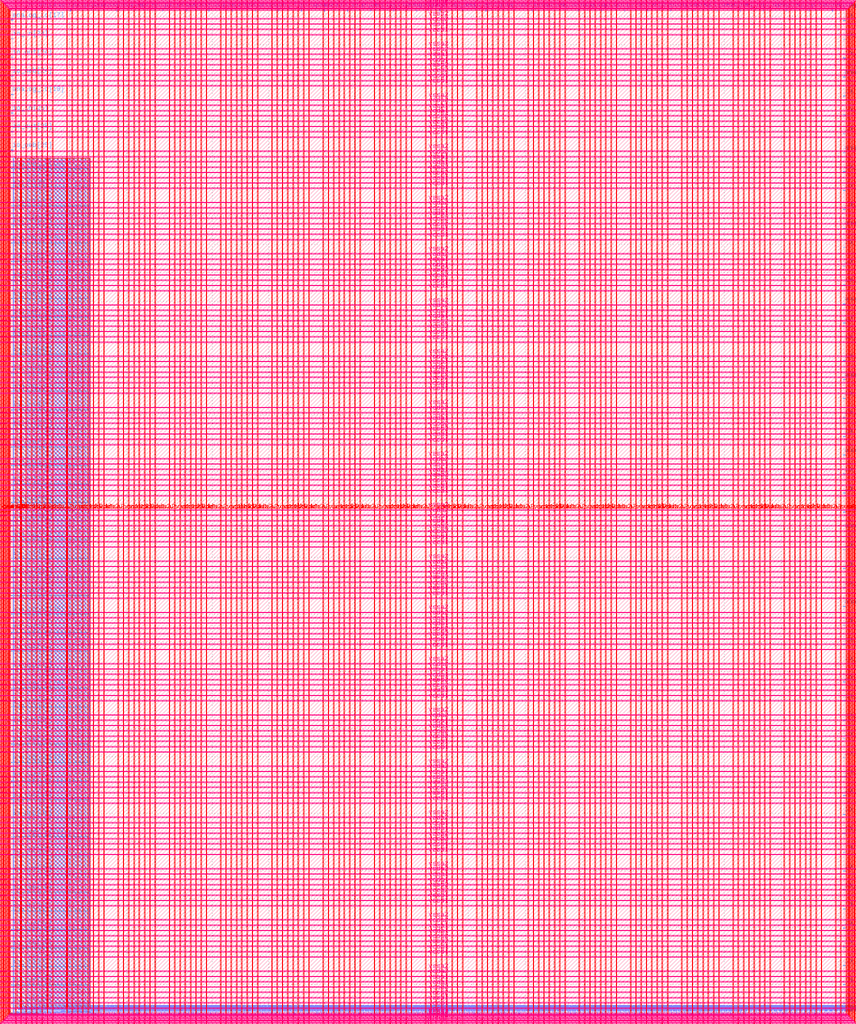
<source format=lef>
VERSION 5.7 ;
  NOWIREEXTENSIONATPIN ON ;
  DIVIDERCHAR "/" ;
  BUSBITCHARS "[]" ;
MACRO user_project_wrapper
  CLASS BLOCK ;
  FOREIGN user_project_wrapper ;
  ORIGIN 0.000 0.000 ;
  SIZE 2920.000 BY 3520.000 ;
  PIN analog_io[0]
    DIRECTION INOUT ;
    USE SIGNAL ;
    PORT
      LAYER met3 ;
        RECT 2917.600 1426.380 2924.800 1427.580 ;
    END
  END analog_io[0]
  PIN analog_io[10]
    DIRECTION INOUT ;
    USE SIGNAL ;
    PORT
      LAYER met2 ;
        RECT 2230.490 3517.600 2231.050 3524.800 ;
    END
  END analog_io[10]
  PIN analog_io[11]
    DIRECTION INOUT ;
    USE SIGNAL ;
    PORT
      LAYER met2 ;
        RECT 1905.730 3517.600 1906.290 3524.800 ;
    END
  END analog_io[11]
  PIN analog_io[12]
    DIRECTION INOUT ;
    USE SIGNAL ;
    PORT
      LAYER met2 ;
        RECT 1581.430 3517.600 1581.990 3524.800 ;
    END
  END analog_io[12]
  PIN analog_io[13]
    DIRECTION INOUT ;
    USE SIGNAL ;
    PORT
      LAYER met2 ;
        RECT 1257.130 3517.600 1257.690 3524.800 ;
    END
  END analog_io[13]
  PIN analog_io[14]
    DIRECTION INOUT ;
    USE SIGNAL ;
    PORT
      LAYER met2 ;
        RECT 932.370 3517.600 932.930 3524.800 ;
    END
  END analog_io[14]
  PIN analog_io[15]
    DIRECTION INOUT ;
    USE SIGNAL ;
    PORT
      LAYER met2 ;
        RECT 608.070 3517.600 608.630 3524.800 ;
    END
  END analog_io[15]
  PIN analog_io[16]
    DIRECTION INOUT ;
    USE SIGNAL ;
    PORT
      LAYER met2 ;
        RECT 283.770 3517.600 284.330 3524.800 ;
    END
  END analog_io[16]
  PIN analog_io[17]
    DIRECTION INOUT ;
    USE SIGNAL ;
    PORT
      LAYER met3 ;
        RECT -4.800 3486.100 2.400 3487.300 ;
    END
  END analog_io[17]
  PIN analog_io[18]
    DIRECTION INOUT ;
    USE SIGNAL ;
    PORT
      LAYER met3 ;
        RECT -4.800 3224.980 2.400 3226.180 ;
    END
  END analog_io[18]
  PIN analog_io[19]
    DIRECTION INOUT ;
    USE SIGNAL ;
    PORT
      LAYER met3 ;
        RECT -4.800 2964.540 2.400 2965.740 ;
    END
  END analog_io[19]
  PIN analog_io[1]
    DIRECTION INOUT ;
    USE SIGNAL ;
    PORT
      LAYER met3 ;
        RECT 2917.600 1692.260 2924.800 1693.460 ;
    END
  END analog_io[1]
  PIN analog_io[20]
    DIRECTION INOUT ;
    USE SIGNAL ;
    PORT
      LAYER met3 ;
        RECT -4.800 2703.420 2.400 2704.620 ;
    END
  END analog_io[20]
  PIN analog_io[21]
    DIRECTION INOUT ;
    USE SIGNAL ;
    PORT
      LAYER met3 ;
        RECT -4.800 2442.980 2.400 2444.180 ;
    END
  END analog_io[21]
  PIN analog_io[22]
    DIRECTION INOUT ;
    USE SIGNAL ;
    PORT
      LAYER met3 ;
        RECT -4.800 2182.540 2.400 2183.740 ;
    END
  END analog_io[22]
  PIN analog_io[23]
    DIRECTION INOUT ;
    USE SIGNAL ;
    PORT
      LAYER met3 ;
        RECT -4.800 1921.420 2.400 1922.620 ;
    END
  END analog_io[23]
  PIN analog_io[24]
    DIRECTION INOUT ;
    USE SIGNAL ;
    PORT
      LAYER met3 ;
        RECT -4.800 1660.980 2.400 1662.180 ;
    END
  END analog_io[24]
  PIN analog_io[25]
    DIRECTION INOUT ;
    USE SIGNAL ;
    PORT
      LAYER met3 ;
        RECT -4.800 1399.860 2.400 1401.060 ;
    END
  END analog_io[25]
  PIN analog_io[26]
    DIRECTION INOUT ;
    USE SIGNAL ;
    PORT
      LAYER met3 ;
        RECT -4.800 1139.420 2.400 1140.620 ;
    END
  END analog_io[26]
  PIN analog_io[27]
    DIRECTION INOUT ;
    USE SIGNAL ;
    PORT
      LAYER met3 ;
        RECT -4.800 878.980 2.400 880.180 ;
    END
  END analog_io[27]
  PIN analog_io[28]
    DIRECTION INOUT ;
    USE SIGNAL ;
    PORT
      LAYER met3 ;
        RECT -4.800 617.860 2.400 619.060 ;
    END
  END analog_io[28]
  PIN analog_io[2]
    DIRECTION INOUT ;
    USE SIGNAL ;
    PORT
      LAYER met3 ;
        RECT 2917.600 1958.140 2924.800 1959.340 ;
    END
  END analog_io[2]
  PIN analog_io[3]
    DIRECTION INOUT ;
    USE SIGNAL ;
    PORT
      LAYER met3 ;
        RECT 2917.600 2223.340 2924.800 2224.540 ;
    END
  END analog_io[3]
  PIN analog_io[4]
    DIRECTION INOUT ;
    USE SIGNAL ;
    PORT
      LAYER met3 ;
        RECT 2917.600 2489.220 2924.800 2490.420 ;
    END
  END analog_io[4]
  PIN analog_io[5]
    DIRECTION INOUT ;
    USE SIGNAL ;
    PORT
      LAYER met3 ;
        RECT 2917.600 2755.100 2924.800 2756.300 ;
    END
  END analog_io[5]
  PIN analog_io[6]
    DIRECTION INOUT ;
    USE SIGNAL ;
    PORT
      LAYER met3 ;
        RECT 2917.600 3020.300 2924.800 3021.500 ;
    END
  END analog_io[6]
  PIN analog_io[7]
    DIRECTION INOUT ;
    USE SIGNAL ;
    PORT
      LAYER met3 ;
        RECT 2917.600 3286.180 2924.800 3287.380 ;
    END
  END analog_io[7]
  PIN analog_io[8]
    DIRECTION INOUT ;
    USE SIGNAL ;
    PORT
      LAYER met2 ;
        RECT 2879.090 3517.600 2879.650 3524.800 ;
    END
  END analog_io[8]
  PIN analog_io[9]
    DIRECTION INOUT ;
    USE SIGNAL ;
    PORT
      LAYER met2 ;
        RECT 2554.790 3517.600 2555.350 3524.800 ;
    END
  END analog_io[9]
  PIN io_in[0]
    DIRECTION INPUT ;
    USE SIGNAL ;
    PORT
      LAYER met3 ;
        RECT 2917.600 32.380 2924.800 33.580 ;
    END
  END io_in[0]
  PIN io_in[10]
    DIRECTION INPUT ;
    USE SIGNAL ;
    PORT
      LAYER met3 ;
        RECT 2917.600 2289.980 2924.800 2291.180 ;
    END
  END io_in[10]
  PIN io_in[11]
    DIRECTION INPUT ;
    USE SIGNAL ;
    PORT
      LAYER met3 ;
        RECT 2917.600 2555.860 2924.800 2557.060 ;
    END
  END io_in[11]
  PIN io_in[12]
    DIRECTION INPUT ;
    USE SIGNAL ;
    PORT
      LAYER met3 ;
        RECT 2917.600 2821.060 2924.800 2822.260 ;
    END
  END io_in[12]
  PIN io_in[13]
    DIRECTION INPUT ;
    USE SIGNAL ;
    PORT
      LAYER met3 ;
        RECT 2917.600 3086.940 2924.800 3088.140 ;
    END
  END io_in[13]
  PIN io_in[14]
    DIRECTION INPUT ;
    USE SIGNAL ;
    PORT
      LAYER met3 ;
        RECT 2917.600 3352.820 2924.800 3354.020 ;
    END
  END io_in[14]
  PIN io_in[15]
    DIRECTION INPUT ;
    USE SIGNAL ;
    PORT
      LAYER met2 ;
        RECT 2798.130 3517.600 2798.690 3524.800 ;
    END
  END io_in[15]
  PIN io_in[16]
    DIRECTION INPUT ;
    USE SIGNAL ;
    PORT
      LAYER met2 ;
        RECT 2473.830 3517.600 2474.390 3524.800 ;
    END
  END io_in[16]
  PIN io_in[17]
    DIRECTION INPUT ;
    USE SIGNAL ;
    PORT
      LAYER met2 ;
        RECT 2149.070 3517.600 2149.630 3524.800 ;
    END
  END io_in[17]
  PIN io_in[18]
    DIRECTION INPUT ;
    USE SIGNAL ;
    PORT
      LAYER met2 ;
        RECT 1824.770 3517.600 1825.330 3524.800 ;
    END
  END io_in[18]
  PIN io_in[19]
    DIRECTION INPUT ;
    USE SIGNAL ;
    PORT
      LAYER met2 ;
        RECT 1500.470 3517.600 1501.030 3524.800 ;
    END
  END io_in[19]
  PIN io_in[1]
    DIRECTION INPUT ;
    USE SIGNAL ;
    PORT
      LAYER met3 ;
        RECT 2917.600 230.940 2924.800 232.140 ;
    END
  END io_in[1]
  PIN io_in[20]
    DIRECTION INPUT ;
    USE SIGNAL ;
    PORT
      LAYER met2 ;
        RECT 1175.710 3517.600 1176.270 3524.800 ;
    END
  END io_in[20]
  PIN io_in[21]
    DIRECTION INPUT ;
    USE SIGNAL ;
    PORT
      LAYER met2 ;
        RECT 851.410 3517.600 851.970 3524.800 ;
    END
  END io_in[21]
  PIN io_in[22]
    DIRECTION INPUT ;
    USE SIGNAL ;
    PORT
      LAYER met2 ;
        RECT 527.110 3517.600 527.670 3524.800 ;
    END
  END io_in[22]
  PIN io_in[23]
    DIRECTION INPUT ;
    USE SIGNAL ;
    PORT
      LAYER met2 ;
        RECT 202.350 3517.600 202.910 3524.800 ;
    END
  END io_in[23]
  PIN io_in[24]
    DIRECTION INPUT ;
    USE SIGNAL ;
    PORT
      LAYER met3 ;
        RECT -4.800 3420.820 2.400 3422.020 ;
    END
  END io_in[24]
  PIN io_in[25]
    DIRECTION INPUT ;
    USE SIGNAL ;
    PORT
      LAYER met3 ;
        RECT -4.800 3159.700 2.400 3160.900 ;
    END
  END io_in[25]
  PIN io_in[26]
    DIRECTION INPUT ;
    USE SIGNAL ;
    PORT
      LAYER met3 ;
        RECT -4.800 2899.260 2.400 2900.460 ;
    END
  END io_in[26]
  PIN io_in[27]
    DIRECTION INPUT ;
    USE SIGNAL ;
    PORT
      LAYER met3 ;
        RECT -4.800 2638.820 2.400 2640.020 ;
    END
  END io_in[27]
  PIN io_in[28]
    DIRECTION INPUT ;
    USE SIGNAL ;
    PORT
      LAYER met3 ;
        RECT -4.800 2377.700 2.400 2378.900 ;
    END
  END io_in[28]
  PIN io_in[29]
    DIRECTION INPUT ;
    USE SIGNAL ;
    PORT
      LAYER met3 ;
        RECT -4.800 2117.260 2.400 2118.460 ;
    END
  END io_in[29]
  PIN io_in[2]
    DIRECTION INPUT ;
    USE SIGNAL ;
    PORT
      LAYER met3 ;
        RECT 2917.600 430.180 2924.800 431.380 ;
    END
  END io_in[2]
  PIN io_in[30]
    DIRECTION INPUT ;
    USE SIGNAL ;
    PORT
      LAYER met3 ;
        RECT -4.800 1856.140 2.400 1857.340 ;
    END
  END io_in[30]
  PIN io_in[31]
    DIRECTION INPUT ;
    USE SIGNAL ;
    PORT
      LAYER met3 ;
        RECT -4.800 1595.700 2.400 1596.900 ;
    END
  END io_in[31]
  PIN io_in[32]
    DIRECTION INPUT ;
    USE SIGNAL ;
    PORT
      LAYER met3 ;
        RECT -4.800 1335.260 2.400 1336.460 ;
    END
  END io_in[32]
  PIN io_in[33]
    DIRECTION INPUT ;
    USE SIGNAL ;
    PORT
      LAYER met3 ;
        RECT -4.800 1074.140 2.400 1075.340 ;
    END
  END io_in[33]
  PIN io_in[34]
    DIRECTION INPUT ;
    USE SIGNAL ;
    PORT
      LAYER met3 ;
        RECT -4.800 813.700 2.400 814.900 ;
    END
  END io_in[34]
  PIN io_in[35]
    DIRECTION INPUT ;
    USE SIGNAL ;
    PORT
      LAYER met3 ;
        RECT -4.800 552.580 2.400 553.780 ;
    END
  END io_in[35]
  PIN io_in[36]
    DIRECTION INPUT ;
    USE SIGNAL ;
    PORT
      LAYER met3 ;
        RECT -4.800 357.420 2.400 358.620 ;
    END
  END io_in[36]
  PIN io_in[37]
    DIRECTION INPUT ;
    USE SIGNAL ;
    PORT
      LAYER met3 ;
        RECT -4.800 161.580 2.400 162.780 ;
    END
  END io_in[37]
  PIN io_in[3]
    DIRECTION INPUT ;
    USE SIGNAL ;
    PORT
      LAYER met3 ;
        RECT 2917.600 629.420 2924.800 630.620 ;
    END
  END io_in[3]
  PIN io_in[4]
    DIRECTION INPUT ;
    USE SIGNAL ;
    PORT
      LAYER met3 ;
        RECT 2917.600 828.660 2924.800 829.860 ;
    END
  END io_in[4]
  PIN io_in[5]
    DIRECTION INPUT ;
    USE SIGNAL ;
    PORT
      LAYER met3 ;
        RECT 2917.600 1027.900 2924.800 1029.100 ;
    END
  END io_in[5]
  PIN io_in[6]
    DIRECTION INPUT ;
    USE SIGNAL ;
    PORT
      LAYER met3 ;
        RECT 2917.600 1227.140 2924.800 1228.340 ;
    END
  END io_in[6]
  PIN io_in[7]
    DIRECTION INPUT ;
    USE SIGNAL ;
    PORT
      LAYER met3 ;
        RECT 2917.600 1493.020 2924.800 1494.220 ;
    END
  END io_in[7]
  PIN io_in[8]
    DIRECTION INPUT ;
    USE SIGNAL ;
    PORT
      LAYER met3 ;
        RECT 2917.600 1758.900 2924.800 1760.100 ;
    END
  END io_in[8]
  PIN io_in[9]
    DIRECTION INPUT ;
    USE SIGNAL ;
    PORT
      LAYER met3 ;
        RECT 2917.600 2024.100 2924.800 2025.300 ;
    END
  END io_in[9]
  PIN io_oeb[0]
    DIRECTION OUTPUT TRISTATE ;
    USE SIGNAL ;
    PORT
      LAYER met3 ;
        RECT 2917.600 164.980 2924.800 166.180 ;
    END
  END io_oeb[0]
  PIN io_oeb[10]
    DIRECTION OUTPUT TRISTATE ;
    USE SIGNAL ;
    PORT
      LAYER met3 ;
        RECT 2917.600 2422.580 2924.800 2423.780 ;
    END
  END io_oeb[10]
  PIN io_oeb[11]
    DIRECTION OUTPUT TRISTATE ;
    USE SIGNAL ;
    PORT
      LAYER met3 ;
        RECT 2917.600 2688.460 2924.800 2689.660 ;
    END
  END io_oeb[11]
  PIN io_oeb[12]
    DIRECTION OUTPUT TRISTATE ;
    USE SIGNAL ;
    PORT
      LAYER met3 ;
        RECT 2917.600 2954.340 2924.800 2955.540 ;
    END
  END io_oeb[12]
  PIN io_oeb[13]
    DIRECTION OUTPUT TRISTATE ;
    USE SIGNAL ;
    PORT
      LAYER met3 ;
        RECT 2917.600 3219.540 2924.800 3220.740 ;
    END
  END io_oeb[13]
  PIN io_oeb[14]
    DIRECTION OUTPUT TRISTATE ;
    USE SIGNAL ;
    PORT
      LAYER met3 ;
        RECT 2917.600 3485.420 2924.800 3486.620 ;
    END
  END io_oeb[14]
  PIN io_oeb[15]
    DIRECTION OUTPUT TRISTATE ;
    USE SIGNAL ;
    PORT
      LAYER met2 ;
        RECT 2635.750 3517.600 2636.310 3524.800 ;
    END
  END io_oeb[15]
  PIN io_oeb[16]
    DIRECTION OUTPUT TRISTATE ;
    USE SIGNAL ;
    PORT
      LAYER met2 ;
        RECT 2311.450 3517.600 2312.010 3524.800 ;
    END
  END io_oeb[16]
  PIN io_oeb[17]
    DIRECTION OUTPUT TRISTATE ;
    USE SIGNAL ;
    PORT
      LAYER met2 ;
        RECT 1987.150 3517.600 1987.710 3524.800 ;
    END
  END io_oeb[17]
  PIN io_oeb[18]
    DIRECTION OUTPUT TRISTATE ;
    USE SIGNAL ;
    PORT
      LAYER met2 ;
        RECT 1662.390 3517.600 1662.950 3524.800 ;
    END
  END io_oeb[18]
  PIN io_oeb[19]
    DIRECTION OUTPUT TRISTATE ;
    USE SIGNAL ;
    PORT
      LAYER met2 ;
        RECT 1338.090 3517.600 1338.650 3524.800 ;
    END
  END io_oeb[19]
  PIN io_oeb[1]
    DIRECTION OUTPUT TRISTATE ;
    USE SIGNAL ;
    PORT
      LAYER met3 ;
        RECT 2917.600 364.220 2924.800 365.420 ;
    END
  END io_oeb[1]
  PIN io_oeb[20]
    DIRECTION OUTPUT TRISTATE ;
    USE SIGNAL ;
    PORT
      LAYER met2 ;
        RECT 1013.790 3517.600 1014.350 3524.800 ;
    END
  END io_oeb[20]
  PIN io_oeb[21]
    DIRECTION OUTPUT TRISTATE ;
    USE SIGNAL ;
    PORT
      LAYER met2 ;
        RECT 689.030 3517.600 689.590 3524.800 ;
    END
  END io_oeb[21]
  PIN io_oeb[22]
    DIRECTION OUTPUT TRISTATE ;
    USE SIGNAL ;
    PORT
      LAYER met2 ;
        RECT 364.730 3517.600 365.290 3524.800 ;
    END
  END io_oeb[22]
  PIN io_oeb[23]
    DIRECTION OUTPUT TRISTATE ;
    USE SIGNAL ;
    PORT
      LAYER met2 ;
        RECT 40.430 3517.600 40.990 3524.800 ;
    END
  END io_oeb[23]
  PIN io_oeb[24]
    DIRECTION OUTPUT TRISTATE ;
    USE SIGNAL ;
    PORT
      LAYER met3 ;
        RECT -4.800 3290.260 2.400 3291.460 ;
    END
  END io_oeb[24]
  PIN io_oeb[25]
    DIRECTION OUTPUT TRISTATE ;
    USE SIGNAL ;
    PORT
      LAYER met3 ;
        RECT -4.800 3029.820 2.400 3031.020 ;
    END
  END io_oeb[25]
  PIN io_oeb[26]
    DIRECTION OUTPUT TRISTATE ;
    USE SIGNAL ;
    PORT
      LAYER met3 ;
        RECT -4.800 2768.700 2.400 2769.900 ;
    END
  END io_oeb[26]
  PIN io_oeb[27]
    DIRECTION OUTPUT TRISTATE ;
    USE SIGNAL ;
    PORT
      LAYER met3 ;
        RECT -4.800 2508.260 2.400 2509.460 ;
    END
  END io_oeb[27]
  PIN io_oeb[28]
    DIRECTION OUTPUT TRISTATE ;
    USE SIGNAL ;
    PORT
      LAYER met3 ;
        RECT -4.800 2247.140 2.400 2248.340 ;
    END
  END io_oeb[28]
  PIN io_oeb[29]
    DIRECTION OUTPUT TRISTATE ;
    USE SIGNAL ;
    PORT
      LAYER met3 ;
        RECT -4.800 1986.700 2.400 1987.900 ;
    END
  END io_oeb[29]
  PIN io_oeb[2]
    DIRECTION OUTPUT TRISTATE ;
    USE SIGNAL ;
    PORT
      LAYER met3 ;
        RECT 2917.600 563.460 2924.800 564.660 ;
    END
  END io_oeb[2]
  PIN io_oeb[30]
    DIRECTION OUTPUT TRISTATE ;
    USE SIGNAL ;
    PORT
      LAYER met3 ;
        RECT -4.800 1726.260 2.400 1727.460 ;
    END
  END io_oeb[30]
  PIN io_oeb[31]
    DIRECTION OUTPUT TRISTATE ;
    USE SIGNAL ;
    PORT
      LAYER met3 ;
        RECT -4.800 1465.140 2.400 1466.340 ;
    END
  END io_oeb[31]
  PIN io_oeb[32]
    DIRECTION OUTPUT TRISTATE ;
    USE SIGNAL ;
    PORT
      LAYER met3 ;
        RECT -4.800 1204.700 2.400 1205.900 ;
    END
  END io_oeb[32]
  PIN io_oeb[33]
    DIRECTION OUTPUT TRISTATE ;
    USE SIGNAL ;
    PORT
      LAYER met3 ;
        RECT -4.800 943.580 2.400 944.780 ;
    END
  END io_oeb[33]
  PIN io_oeb[34]
    DIRECTION OUTPUT TRISTATE ;
    USE SIGNAL ;
    PORT
      LAYER met3 ;
        RECT -4.800 683.140 2.400 684.340 ;
    END
  END io_oeb[34]
  PIN io_oeb[35]
    DIRECTION OUTPUT TRISTATE ;
    USE SIGNAL ;
    PORT
      LAYER met3 ;
        RECT -4.800 422.700 2.400 423.900 ;
    END
  END io_oeb[35]
  PIN io_oeb[36]
    DIRECTION OUTPUT TRISTATE ;
    USE SIGNAL ;
    PORT
      LAYER met3 ;
        RECT -4.800 226.860 2.400 228.060 ;
    END
  END io_oeb[36]
  PIN io_oeb[37]
    DIRECTION OUTPUT TRISTATE ;
    USE SIGNAL ;
    PORT
      LAYER met3 ;
        RECT -4.800 31.700 2.400 32.900 ;
    END
  END io_oeb[37]
  PIN io_oeb[3]
    DIRECTION OUTPUT TRISTATE ;
    USE SIGNAL ;
    PORT
      LAYER met3 ;
        RECT 2917.600 762.700 2924.800 763.900 ;
    END
  END io_oeb[3]
  PIN io_oeb[4]
    DIRECTION OUTPUT TRISTATE ;
    USE SIGNAL ;
    PORT
      LAYER met3 ;
        RECT 2917.600 961.940 2924.800 963.140 ;
    END
  END io_oeb[4]
  PIN io_oeb[5]
    DIRECTION OUTPUT TRISTATE ;
    USE SIGNAL ;
    PORT
      LAYER met3 ;
        RECT 2917.600 1161.180 2924.800 1162.380 ;
    END
  END io_oeb[5]
  PIN io_oeb[6]
    DIRECTION OUTPUT TRISTATE ;
    USE SIGNAL ;
    PORT
      LAYER met3 ;
        RECT 2917.600 1360.420 2924.800 1361.620 ;
    END
  END io_oeb[6]
  PIN io_oeb[7]
    DIRECTION OUTPUT TRISTATE ;
    USE SIGNAL ;
    PORT
      LAYER met3 ;
        RECT 2917.600 1625.620 2924.800 1626.820 ;
    END
  END io_oeb[7]
  PIN io_oeb[8]
    DIRECTION OUTPUT TRISTATE ;
    USE SIGNAL ;
    PORT
      LAYER met3 ;
        RECT 2917.600 1891.500 2924.800 1892.700 ;
    END
  END io_oeb[8]
  PIN io_oeb[9]
    DIRECTION OUTPUT TRISTATE ;
    USE SIGNAL ;
    PORT
      LAYER met3 ;
        RECT 2917.600 2157.380 2924.800 2158.580 ;
    END
  END io_oeb[9]
  PIN io_out[0]
    DIRECTION OUTPUT TRISTATE ;
    USE SIGNAL ;
    PORT
      LAYER met3 ;
        RECT 2917.600 98.340 2924.800 99.540 ;
    END
  END io_out[0]
  PIN io_out[10]
    DIRECTION OUTPUT TRISTATE ;
    USE SIGNAL ;
    PORT
      LAYER met3 ;
        RECT 2917.600 2356.620 2924.800 2357.820 ;
    END
  END io_out[10]
  PIN io_out[11]
    DIRECTION OUTPUT TRISTATE ;
    USE SIGNAL ;
    PORT
      LAYER met3 ;
        RECT 2917.600 2621.820 2924.800 2623.020 ;
    END
  END io_out[11]
  PIN io_out[12]
    DIRECTION OUTPUT TRISTATE ;
    USE SIGNAL ;
    PORT
      LAYER met3 ;
        RECT 2917.600 2887.700 2924.800 2888.900 ;
    END
  END io_out[12]
  PIN io_out[13]
    DIRECTION OUTPUT TRISTATE ;
    USE SIGNAL ;
    PORT
      LAYER met3 ;
        RECT 2917.600 3153.580 2924.800 3154.780 ;
    END
  END io_out[13]
  PIN io_out[14]
    DIRECTION OUTPUT TRISTATE ;
    USE SIGNAL ;
    PORT
      LAYER met3 ;
        RECT 2917.600 3418.780 2924.800 3419.980 ;
    END
  END io_out[14]
  PIN io_out[15]
    DIRECTION OUTPUT TRISTATE ;
    USE SIGNAL ;
    PORT
      LAYER met2 ;
        RECT 2717.170 3517.600 2717.730 3524.800 ;
    END
  END io_out[15]
  PIN io_out[16]
    DIRECTION OUTPUT TRISTATE ;
    USE SIGNAL ;
    PORT
      LAYER met2 ;
        RECT 2392.410 3517.600 2392.970 3524.800 ;
    END
  END io_out[16]
  PIN io_out[17]
    DIRECTION OUTPUT TRISTATE ;
    USE SIGNAL ;
    PORT
      LAYER met2 ;
        RECT 2068.110 3517.600 2068.670 3524.800 ;
    END
  END io_out[17]
  PIN io_out[18]
    DIRECTION OUTPUT TRISTATE ;
    USE SIGNAL ;
    PORT
      LAYER met2 ;
        RECT 1743.810 3517.600 1744.370 3524.800 ;
    END
  END io_out[18]
  PIN io_out[19]
    DIRECTION OUTPUT TRISTATE ;
    USE SIGNAL ;
    PORT
      LAYER met2 ;
        RECT 1419.050 3517.600 1419.610 3524.800 ;
    END
  END io_out[19]
  PIN io_out[1]
    DIRECTION OUTPUT TRISTATE ;
    USE SIGNAL ;
    PORT
      LAYER met3 ;
        RECT 2917.600 297.580 2924.800 298.780 ;
    END
  END io_out[1]
  PIN io_out[20]
    DIRECTION OUTPUT TRISTATE ;
    USE SIGNAL ;
    PORT
      LAYER met2 ;
        RECT 1094.750 3517.600 1095.310 3524.800 ;
    END
  END io_out[20]
  PIN io_out[21]
    DIRECTION OUTPUT TRISTATE ;
    USE SIGNAL ;
    PORT
      LAYER met2 ;
        RECT 770.450 3517.600 771.010 3524.800 ;
    END
  END io_out[21]
  PIN io_out[22]
    DIRECTION OUTPUT TRISTATE ;
    USE SIGNAL ;
    PORT
      LAYER met2 ;
        RECT 445.690 3517.600 446.250 3524.800 ;
    END
  END io_out[22]
  PIN io_out[23]
    DIRECTION OUTPUT TRISTATE ;
    USE SIGNAL ;
    PORT
      LAYER met2 ;
        RECT 121.390 3517.600 121.950 3524.800 ;
    END
  END io_out[23]
  PIN io_out[24]
    DIRECTION OUTPUT TRISTATE ;
    USE SIGNAL ;
    PORT
      LAYER met3 ;
        RECT -4.800 3355.540 2.400 3356.740 ;
    END
  END io_out[24]
  PIN io_out[25]
    DIRECTION OUTPUT TRISTATE ;
    USE SIGNAL ;
    PORT
      LAYER met3 ;
        RECT -4.800 3095.100 2.400 3096.300 ;
    END
  END io_out[25]
  PIN io_out[26]
    DIRECTION OUTPUT TRISTATE ;
    USE SIGNAL ;
    PORT
      LAYER met3 ;
        RECT -4.800 2833.980 2.400 2835.180 ;
    END
  END io_out[26]
  PIN io_out[27]
    DIRECTION OUTPUT TRISTATE ;
    USE SIGNAL ;
    PORT
      LAYER met3 ;
        RECT -4.800 2573.540 2.400 2574.740 ;
    END
  END io_out[27]
  PIN io_out[28]
    DIRECTION OUTPUT TRISTATE ;
    USE SIGNAL ;
    PORT
      LAYER met3 ;
        RECT -4.800 2312.420 2.400 2313.620 ;
    END
  END io_out[28]
  PIN io_out[29]
    DIRECTION OUTPUT TRISTATE ;
    USE SIGNAL ;
    PORT
      LAYER met3 ;
        RECT -4.800 2051.980 2.400 2053.180 ;
    END
  END io_out[29]
  PIN io_out[2]
    DIRECTION OUTPUT TRISTATE ;
    USE SIGNAL ;
    PORT
      LAYER met3 ;
        RECT 2917.600 496.820 2924.800 498.020 ;
    END
  END io_out[2]
  PIN io_out[30]
    DIRECTION OUTPUT TRISTATE ;
    USE SIGNAL ;
    PORT
      LAYER met3 ;
        RECT -4.800 1791.540 2.400 1792.740 ;
    END
  END io_out[30]
  PIN io_out[31]
    DIRECTION OUTPUT TRISTATE ;
    USE SIGNAL ;
    PORT
      LAYER met3 ;
        RECT -4.800 1530.420 2.400 1531.620 ;
    END
  END io_out[31]
  PIN io_out[32]
    DIRECTION OUTPUT TRISTATE ;
    USE SIGNAL ;
    PORT
      LAYER met3 ;
        RECT -4.800 1269.980 2.400 1271.180 ;
    END
  END io_out[32]
  PIN io_out[33]
    DIRECTION OUTPUT TRISTATE ;
    USE SIGNAL ;
    PORT
      LAYER met3 ;
        RECT -4.800 1008.860 2.400 1010.060 ;
    END
  END io_out[33]
  PIN io_out[34]
    DIRECTION OUTPUT TRISTATE ;
    USE SIGNAL ;
    PORT
      LAYER met3 ;
        RECT -4.800 748.420 2.400 749.620 ;
    END
  END io_out[34]
  PIN io_out[35]
    DIRECTION OUTPUT TRISTATE ;
    USE SIGNAL ;
    PORT
      LAYER met3 ;
        RECT -4.800 487.300 2.400 488.500 ;
    END
  END io_out[35]
  PIN io_out[36]
    DIRECTION OUTPUT TRISTATE ;
    USE SIGNAL ;
    PORT
      LAYER met3 ;
        RECT -4.800 292.140 2.400 293.340 ;
    END
  END io_out[36]
  PIN io_out[37]
    DIRECTION OUTPUT TRISTATE ;
    USE SIGNAL ;
    PORT
      LAYER met3 ;
        RECT -4.800 96.300 2.400 97.500 ;
    END
  END io_out[37]
  PIN io_out[3]
    DIRECTION OUTPUT TRISTATE ;
    USE SIGNAL ;
    PORT
      LAYER met3 ;
        RECT 2917.600 696.060 2924.800 697.260 ;
    END
  END io_out[3]
  PIN io_out[4]
    DIRECTION OUTPUT TRISTATE ;
    USE SIGNAL ;
    PORT
      LAYER met3 ;
        RECT 2917.600 895.300 2924.800 896.500 ;
    END
  END io_out[4]
  PIN io_out[5]
    DIRECTION OUTPUT TRISTATE ;
    USE SIGNAL ;
    PORT
      LAYER met3 ;
        RECT 2917.600 1094.540 2924.800 1095.740 ;
    END
  END io_out[5]
  PIN io_out[6]
    DIRECTION OUTPUT TRISTATE ;
    USE SIGNAL ;
    PORT
      LAYER met3 ;
        RECT 2917.600 1293.780 2924.800 1294.980 ;
    END
  END io_out[6]
  PIN io_out[7]
    DIRECTION OUTPUT TRISTATE ;
    USE SIGNAL ;
    PORT
      LAYER met3 ;
        RECT 2917.600 1559.660 2924.800 1560.860 ;
    END
  END io_out[7]
  PIN io_out[8]
    DIRECTION OUTPUT TRISTATE ;
    USE SIGNAL ;
    PORT
      LAYER met3 ;
        RECT 2917.600 1824.860 2924.800 1826.060 ;
    END
  END io_out[8]
  PIN io_out[9]
    DIRECTION OUTPUT TRISTATE ;
    USE SIGNAL ;
    PORT
      LAYER met3 ;
        RECT 2917.600 2090.740 2924.800 2091.940 ;
    END
  END io_out[9]
  PIN la_data_in[0]
    DIRECTION INPUT ;
    USE SIGNAL ;
    PORT
      LAYER met2 ;
        RECT 629.230 -4.800 629.790 2.400 ;
    END
  END la_data_in[0]
  PIN la_data_in[100]
    DIRECTION INPUT ;
    USE SIGNAL ;
    PORT
      LAYER met2 ;
        RECT 2402.530 -4.800 2403.090 2.400 ;
    END
  END la_data_in[100]
  PIN la_data_in[101]
    DIRECTION INPUT ;
    USE SIGNAL ;
    PORT
      LAYER met2 ;
        RECT 2420.010 -4.800 2420.570 2.400 ;
    END
  END la_data_in[101]
  PIN la_data_in[102]
    DIRECTION INPUT ;
    USE SIGNAL ;
    PORT
      LAYER met2 ;
        RECT 2437.950 -4.800 2438.510 2.400 ;
    END
  END la_data_in[102]
  PIN la_data_in[103]
    DIRECTION INPUT ;
    USE SIGNAL ;
    PORT
      LAYER met2 ;
        RECT 2455.430 -4.800 2455.990 2.400 ;
    END
  END la_data_in[103]
  PIN la_data_in[104]
    DIRECTION INPUT ;
    USE SIGNAL ;
    PORT
      LAYER met2 ;
        RECT 2473.370 -4.800 2473.930 2.400 ;
    END
  END la_data_in[104]
  PIN la_data_in[105]
    DIRECTION INPUT ;
    USE SIGNAL ;
    PORT
      LAYER met2 ;
        RECT 2490.850 -4.800 2491.410 2.400 ;
    END
  END la_data_in[105]
  PIN la_data_in[106]
    DIRECTION INPUT ;
    USE SIGNAL ;
    PORT
      LAYER met2 ;
        RECT 2508.790 -4.800 2509.350 2.400 ;
    END
  END la_data_in[106]
  PIN la_data_in[107]
    DIRECTION INPUT ;
    USE SIGNAL ;
    PORT
      LAYER met2 ;
        RECT 2526.730 -4.800 2527.290 2.400 ;
    END
  END la_data_in[107]
  PIN la_data_in[108]
    DIRECTION INPUT ;
    USE SIGNAL ;
    PORT
      LAYER met2 ;
        RECT 2544.210 -4.800 2544.770 2.400 ;
    END
  END la_data_in[108]
  PIN la_data_in[109]
    DIRECTION INPUT ;
    USE SIGNAL ;
    PORT
      LAYER met2 ;
        RECT 2562.150 -4.800 2562.710 2.400 ;
    END
  END la_data_in[109]
  PIN la_data_in[10]
    DIRECTION INPUT ;
    USE SIGNAL ;
    PORT
      LAYER met2 ;
        RECT 806.330 -4.800 806.890 2.400 ;
    END
  END la_data_in[10]
  PIN la_data_in[110]
    DIRECTION INPUT ;
    USE SIGNAL ;
    PORT
      LAYER met2 ;
        RECT 2579.630 -4.800 2580.190 2.400 ;
    END
  END la_data_in[110]
  PIN la_data_in[111]
    DIRECTION INPUT ;
    USE SIGNAL ;
    PORT
      LAYER met2 ;
        RECT 2597.570 -4.800 2598.130 2.400 ;
    END
  END la_data_in[111]
  PIN la_data_in[112]
    DIRECTION INPUT ;
    USE SIGNAL ;
    PORT
      LAYER met2 ;
        RECT 2615.050 -4.800 2615.610 2.400 ;
    END
  END la_data_in[112]
  PIN la_data_in[113]
    DIRECTION INPUT ;
    USE SIGNAL ;
    PORT
      LAYER met2 ;
        RECT 2632.990 -4.800 2633.550 2.400 ;
    END
  END la_data_in[113]
  PIN la_data_in[114]
    DIRECTION INPUT ;
    USE SIGNAL ;
    PORT
      LAYER met2 ;
        RECT 2650.470 -4.800 2651.030 2.400 ;
    END
  END la_data_in[114]
  PIN la_data_in[115]
    DIRECTION INPUT ;
    USE SIGNAL ;
    PORT
      LAYER met2 ;
        RECT 2668.410 -4.800 2668.970 2.400 ;
    END
  END la_data_in[115]
  PIN la_data_in[116]
    DIRECTION INPUT ;
    USE SIGNAL ;
    PORT
      LAYER met2 ;
        RECT 2685.890 -4.800 2686.450 2.400 ;
    END
  END la_data_in[116]
  PIN la_data_in[117]
    DIRECTION INPUT ;
    USE SIGNAL ;
    PORT
      LAYER met2 ;
        RECT 2703.830 -4.800 2704.390 2.400 ;
    END
  END la_data_in[117]
  PIN la_data_in[118]
    DIRECTION INPUT ;
    USE SIGNAL ;
    PORT
      LAYER met2 ;
        RECT 2721.770 -4.800 2722.330 2.400 ;
    END
  END la_data_in[118]
  PIN la_data_in[119]
    DIRECTION INPUT ;
    USE SIGNAL ;
    PORT
      LAYER met2 ;
        RECT 2739.250 -4.800 2739.810 2.400 ;
    END
  END la_data_in[119]
  PIN la_data_in[11]
    DIRECTION INPUT ;
    USE SIGNAL ;
    PORT
      LAYER met2 ;
        RECT 824.270 -4.800 824.830 2.400 ;
    END
  END la_data_in[11]
  PIN la_data_in[120]
    DIRECTION INPUT ;
    USE SIGNAL ;
    PORT
      LAYER met2 ;
        RECT 2757.190 -4.800 2757.750 2.400 ;
    END
  END la_data_in[120]
  PIN la_data_in[121]
    DIRECTION INPUT ;
    USE SIGNAL ;
    PORT
      LAYER met2 ;
        RECT 2774.670 -4.800 2775.230 2.400 ;
    END
  END la_data_in[121]
  PIN la_data_in[122]
    DIRECTION INPUT ;
    USE SIGNAL ;
    PORT
      LAYER met2 ;
        RECT 2792.610 -4.800 2793.170 2.400 ;
    END
  END la_data_in[122]
  PIN la_data_in[123]
    DIRECTION INPUT ;
    USE SIGNAL ;
    PORT
      LAYER met2 ;
        RECT 2810.090 -4.800 2810.650 2.400 ;
    END
  END la_data_in[123]
  PIN la_data_in[124]
    DIRECTION INPUT ;
    USE SIGNAL ;
    PORT
      LAYER met2 ;
        RECT 2828.030 -4.800 2828.590 2.400 ;
    END
  END la_data_in[124]
  PIN la_data_in[125]
    DIRECTION INPUT ;
    USE SIGNAL ;
    PORT
      LAYER met2 ;
        RECT 2845.510 -4.800 2846.070 2.400 ;
    END
  END la_data_in[125]
  PIN la_data_in[126]
    DIRECTION INPUT ;
    USE SIGNAL ;
    PORT
      LAYER met2 ;
        RECT 2863.450 -4.800 2864.010 2.400 ;
    END
  END la_data_in[126]
  PIN la_data_in[127]
    DIRECTION INPUT ;
    USE SIGNAL ;
    PORT
      LAYER met2 ;
        RECT 2881.390 -4.800 2881.950 2.400 ;
    END
  END la_data_in[127]
  PIN la_data_in[12]
    DIRECTION INPUT ;
    USE SIGNAL ;
    PORT
      LAYER met2 ;
        RECT 841.750 -4.800 842.310 2.400 ;
    END
  END la_data_in[12]
  PIN la_data_in[13]
    DIRECTION INPUT ;
    USE SIGNAL ;
    PORT
      LAYER met2 ;
        RECT 859.690 -4.800 860.250 2.400 ;
    END
  END la_data_in[13]
  PIN la_data_in[14]
    DIRECTION INPUT ;
    USE SIGNAL ;
    PORT
      LAYER met2 ;
        RECT 877.170 -4.800 877.730 2.400 ;
    END
  END la_data_in[14]
  PIN la_data_in[15]
    DIRECTION INPUT ;
    USE SIGNAL ;
    PORT
      LAYER met2 ;
        RECT 895.110 -4.800 895.670 2.400 ;
    END
  END la_data_in[15]
  PIN la_data_in[16]
    DIRECTION INPUT ;
    USE SIGNAL ;
    PORT
      LAYER met2 ;
        RECT 912.590 -4.800 913.150 2.400 ;
    END
  END la_data_in[16]
  PIN la_data_in[17]
    DIRECTION INPUT ;
    USE SIGNAL ;
    PORT
      LAYER met2 ;
        RECT 930.530 -4.800 931.090 2.400 ;
    END
  END la_data_in[17]
  PIN la_data_in[18]
    DIRECTION INPUT ;
    USE SIGNAL ;
    PORT
      LAYER met2 ;
        RECT 948.470 -4.800 949.030 2.400 ;
    END
  END la_data_in[18]
  PIN la_data_in[19]
    DIRECTION INPUT ;
    USE SIGNAL ;
    PORT
      LAYER met2 ;
        RECT 965.950 -4.800 966.510 2.400 ;
    END
  END la_data_in[19]
  PIN la_data_in[1]
    DIRECTION INPUT ;
    USE SIGNAL ;
    PORT
      LAYER met2 ;
        RECT 646.710 -4.800 647.270 2.400 ;
    END
  END la_data_in[1]
  PIN la_data_in[20]
    DIRECTION INPUT ;
    USE SIGNAL ;
    PORT
      LAYER met2 ;
        RECT 983.890 -4.800 984.450 2.400 ;
    END
  END la_data_in[20]
  PIN la_data_in[21]
    DIRECTION INPUT ;
    USE SIGNAL ;
    PORT
      LAYER met2 ;
        RECT 1001.370 -4.800 1001.930 2.400 ;
    END
  END la_data_in[21]
  PIN la_data_in[22]
    DIRECTION INPUT ;
    USE SIGNAL ;
    PORT
      LAYER met2 ;
        RECT 1019.310 -4.800 1019.870 2.400 ;
    END
  END la_data_in[22]
  PIN la_data_in[23]
    DIRECTION INPUT ;
    USE SIGNAL ;
    PORT
      LAYER met2 ;
        RECT 1036.790 -4.800 1037.350 2.400 ;
    END
  END la_data_in[23]
  PIN la_data_in[24]
    DIRECTION INPUT ;
    USE SIGNAL ;
    PORT
      LAYER met2 ;
        RECT 1054.730 -4.800 1055.290 2.400 ;
    END
  END la_data_in[24]
  PIN la_data_in[25]
    DIRECTION INPUT ;
    USE SIGNAL ;
    PORT
      LAYER met2 ;
        RECT 1072.210 -4.800 1072.770 2.400 ;
    END
  END la_data_in[25]
  PIN la_data_in[26]
    DIRECTION INPUT ;
    USE SIGNAL ;
    PORT
      LAYER met2 ;
        RECT 1090.150 -4.800 1090.710 2.400 ;
    END
  END la_data_in[26]
  PIN la_data_in[27]
    DIRECTION INPUT ;
    USE SIGNAL ;
    PORT
      LAYER met2 ;
        RECT 1107.630 -4.800 1108.190 2.400 ;
    END
  END la_data_in[27]
  PIN la_data_in[28]
    DIRECTION INPUT ;
    USE SIGNAL ;
    PORT
      LAYER met2 ;
        RECT 1125.570 -4.800 1126.130 2.400 ;
    END
  END la_data_in[28]
  PIN la_data_in[29]
    DIRECTION INPUT ;
    USE SIGNAL ;
    PORT
      LAYER met2 ;
        RECT 1143.510 -4.800 1144.070 2.400 ;
    END
  END la_data_in[29]
  PIN la_data_in[2]
    DIRECTION INPUT ;
    USE SIGNAL ;
    PORT
      LAYER met2 ;
        RECT 664.650 -4.800 665.210 2.400 ;
    END
  END la_data_in[2]
  PIN la_data_in[30]
    DIRECTION INPUT ;
    USE SIGNAL ;
    PORT
      LAYER met2 ;
        RECT 1160.990 -4.800 1161.550 2.400 ;
    END
  END la_data_in[30]
  PIN la_data_in[31]
    DIRECTION INPUT ;
    USE SIGNAL ;
    PORT
      LAYER met2 ;
        RECT 1178.930 -4.800 1179.490 2.400 ;
    END
  END la_data_in[31]
  PIN la_data_in[32]
    DIRECTION INPUT ;
    USE SIGNAL ;
    PORT
      LAYER met2 ;
        RECT 1196.410 -4.800 1196.970 2.400 ;
    END
  END la_data_in[32]
  PIN la_data_in[33]
    DIRECTION INPUT ;
    USE SIGNAL ;
    PORT
      LAYER met2 ;
        RECT 1214.350 -4.800 1214.910 2.400 ;
    END
  END la_data_in[33]
  PIN la_data_in[34]
    DIRECTION INPUT ;
    USE SIGNAL ;
    PORT
      LAYER met2 ;
        RECT 1231.830 -4.800 1232.390 2.400 ;
    END
  END la_data_in[34]
  PIN la_data_in[35]
    DIRECTION INPUT ;
    USE SIGNAL ;
    PORT
      LAYER met2 ;
        RECT 1249.770 -4.800 1250.330 2.400 ;
    END
  END la_data_in[35]
  PIN la_data_in[36]
    DIRECTION INPUT ;
    USE SIGNAL ;
    PORT
      LAYER met2 ;
        RECT 1267.250 -4.800 1267.810 2.400 ;
    END
  END la_data_in[36]
  PIN la_data_in[37]
    DIRECTION INPUT ;
    USE SIGNAL ;
    PORT
      LAYER met2 ;
        RECT 1285.190 -4.800 1285.750 2.400 ;
    END
  END la_data_in[37]
  PIN la_data_in[38]
    DIRECTION INPUT ;
    USE SIGNAL ;
    PORT
      LAYER met2 ;
        RECT 1303.130 -4.800 1303.690 2.400 ;
    END
  END la_data_in[38]
  PIN la_data_in[39]
    DIRECTION INPUT ;
    USE SIGNAL ;
    PORT
      LAYER met2 ;
        RECT 1320.610 -4.800 1321.170 2.400 ;
    END
  END la_data_in[39]
  PIN la_data_in[3]
    DIRECTION INPUT ;
    USE SIGNAL ;
    PORT
      LAYER met2 ;
        RECT 682.130 -4.800 682.690 2.400 ;
    END
  END la_data_in[3]
  PIN la_data_in[40]
    DIRECTION INPUT ;
    USE SIGNAL ;
    PORT
      LAYER met2 ;
        RECT 1338.550 -4.800 1339.110 2.400 ;
    END
  END la_data_in[40]
  PIN la_data_in[41]
    DIRECTION INPUT ;
    USE SIGNAL ;
    PORT
      LAYER met2 ;
        RECT 1356.030 -4.800 1356.590 2.400 ;
    END
  END la_data_in[41]
  PIN la_data_in[42]
    DIRECTION INPUT ;
    USE SIGNAL ;
    PORT
      LAYER met2 ;
        RECT 1373.970 -4.800 1374.530 2.400 ;
    END
  END la_data_in[42]
  PIN la_data_in[43]
    DIRECTION INPUT ;
    USE SIGNAL ;
    PORT
      LAYER met2 ;
        RECT 1391.450 -4.800 1392.010 2.400 ;
    END
  END la_data_in[43]
  PIN la_data_in[44]
    DIRECTION INPUT ;
    USE SIGNAL ;
    PORT
      LAYER met2 ;
        RECT 1409.390 -4.800 1409.950 2.400 ;
    END
  END la_data_in[44]
  PIN la_data_in[45]
    DIRECTION INPUT ;
    USE SIGNAL ;
    PORT
      LAYER met2 ;
        RECT 1426.870 -4.800 1427.430 2.400 ;
    END
  END la_data_in[45]
  PIN la_data_in[46]
    DIRECTION INPUT ;
    USE SIGNAL ;
    PORT
      LAYER met2 ;
        RECT 1444.810 -4.800 1445.370 2.400 ;
    END
  END la_data_in[46]
  PIN la_data_in[47]
    DIRECTION INPUT ;
    USE SIGNAL ;
    PORT
      LAYER met2 ;
        RECT 1462.750 -4.800 1463.310 2.400 ;
    END
  END la_data_in[47]
  PIN la_data_in[48]
    DIRECTION INPUT ;
    USE SIGNAL ;
    PORT
      LAYER met2 ;
        RECT 1480.230 -4.800 1480.790 2.400 ;
    END
  END la_data_in[48]
  PIN la_data_in[49]
    DIRECTION INPUT ;
    USE SIGNAL ;
    PORT
      LAYER met2 ;
        RECT 1498.170 -4.800 1498.730 2.400 ;
    END
  END la_data_in[49]
  PIN la_data_in[4]
    DIRECTION INPUT ;
    USE SIGNAL ;
    PORT
      LAYER met2 ;
        RECT 700.070 -4.800 700.630 2.400 ;
    END
  END la_data_in[4]
  PIN la_data_in[50]
    DIRECTION INPUT ;
    USE SIGNAL ;
    PORT
      LAYER met2 ;
        RECT 1515.650 -4.800 1516.210 2.400 ;
    END
  END la_data_in[50]
  PIN la_data_in[51]
    DIRECTION INPUT ;
    USE SIGNAL ;
    PORT
      LAYER met2 ;
        RECT 1533.590 -4.800 1534.150 2.400 ;
    END
  END la_data_in[51]
  PIN la_data_in[52]
    DIRECTION INPUT ;
    USE SIGNAL ;
    PORT
      LAYER met2 ;
        RECT 1551.070 -4.800 1551.630 2.400 ;
    END
  END la_data_in[52]
  PIN la_data_in[53]
    DIRECTION INPUT ;
    USE SIGNAL ;
    PORT
      LAYER met2 ;
        RECT 1569.010 -4.800 1569.570 2.400 ;
    END
  END la_data_in[53]
  PIN la_data_in[54]
    DIRECTION INPUT ;
    USE SIGNAL ;
    PORT
      LAYER met2 ;
        RECT 1586.490 -4.800 1587.050 2.400 ;
    END
  END la_data_in[54]
  PIN la_data_in[55]
    DIRECTION INPUT ;
    USE SIGNAL ;
    PORT
      LAYER met2 ;
        RECT 1604.430 -4.800 1604.990 2.400 ;
    END
  END la_data_in[55]
  PIN la_data_in[56]
    DIRECTION INPUT ;
    USE SIGNAL ;
    PORT
      LAYER met2 ;
        RECT 1621.910 -4.800 1622.470 2.400 ;
    END
  END la_data_in[56]
  PIN la_data_in[57]
    DIRECTION INPUT ;
    USE SIGNAL ;
    PORT
      LAYER met2 ;
        RECT 1639.850 -4.800 1640.410 2.400 ;
    END
  END la_data_in[57]
  PIN la_data_in[58]
    DIRECTION INPUT ;
    USE SIGNAL ;
    PORT
      LAYER met2 ;
        RECT 1657.790 -4.800 1658.350 2.400 ;
    END
  END la_data_in[58]
  PIN la_data_in[59]
    DIRECTION INPUT ;
    USE SIGNAL ;
    PORT
      LAYER met2 ;
        RECT 1675.270 -4.800 1675.830 2.400 ;
    END
  END la_data_in[59]
  PIN la_data_in[5]
    DIRECTION INPUT ;
    USE SIGNAL ;
    PORT
      LAYER met2 ;
        RECT 717.550 -4.800 718.110 2.400 ;
    END
  END la_data_in[5]
  PIN la_data_in[60]
    DIRECTION INPUT ;
    USE SIGNAL ;
    PORT
      LAYER met2 ;
        RECT 1693.210 -4.800 1693.770 2.400 ;
    END
  END la_data_in[60]
  PIN la_data_in[61]
    DIRECTION INPUT ;
    USE SIGNAL ;
    PORT
      LAYER met2 ;
        RECT 1710.690 -4.800 1711.250 2.400 ;
    END
  END la_data_in[61]
  PIN la_data_in[62]
    DIRECTION INPUT ;
    USE SIGNAL ;
    PORT
      LAYER met2 ;
        RECT 1728.630 -4.800 1729.190 2.400 ;
    END
  END la_data_in[62]
  PIN la_data_in[63]
    DIRECTION INPUT ;
    USE SIGNAL ;
    PORT
      LAYER met2 ;
        RECT 1746.110 -4.800 1746.670 2.400 ;
    END
  END la_data_in[63]
  PIN la_data_in[64]
    DIRECTION INPUT ;
    USE SIGNAL ;
    PORT
      LAYER met2 ;
        RECT 1764.050 -4.800 1764.610 2.400 ;
    END
  END la_data_in[64]
  PIN la_data_in[65]
    DIRECTION INPUT ;
    USE SIGNAL ;
    PORT
      LAYER met2 ;
        RECT 1781.530 -4.800 1782.090 2.400 ;
    END
  END la_data_in[65]
  PIN la_data_in[66]
    DIRECTION INPUT ;
    USE SIGNAL ;
    PORT
      LAYER met2 ;
        RECT 1799.470 -4.800 1800.030 2.400 ;
    END
  END la_data_in[66]
  PIN la_data_in[67]
    DIRECTION INPUT ;
    USE SIGNAL ;
    PORT
      LAYER met2 ;
        RECT 1817.410 -4.800 1817.970 2.400 ;
    END
  END la_data_in[67]
  PIN la_data_in[68]
    DIRECTION INPUT ;
    USE SIGNAL ;
    PORT
      LAYER met2 ;
        RECT 1834.890 -4.800 1835.450 2.400 ;
    END
  END la_data_in[68]
  PIN la_data_in[69]
    DIRECTION INPUT ;
    USE SIGNAL ;
    PORT
      LAYER met2 ;
        RECT 1852.830 -4.800 1853.390 2.400 ;
    END
  END la_data_in[69]
  PIN la_data_in[6]
    DIRECTION INPUT ;
    USE SIGNAL ;
    PORT
      LAYER met2 ;
        RECT 735.490 -4.800 736.050 2.400 ;
    END
  END la_data_in[6]
  PIN la_data_in[70]
    DIRECTION INPUT ;
    USE SIGNAL ;
    PORT
      LAYER met2 ;
        RECT 1870.310 -4.800 1870.870 2.400 ;
    END
  END la_data_in[70]
  PIN la_data_in[71]
    DIRECTION INPUT ;
    USE SIGNAL ;
    PORT
      LAYER met2 ;
        RECT 1888.250 -4.800 1888.810 2.400 ;
    END
  END la_data_in[71]
  PIN la_data_in[72]
    DIRECTION INPUT ;
    USE SIGNAL ;
    PORT
      LAYER met2 ;
        RECT 1905.730 -4.800 1906.290 2.400 ;
    END
  END la_data_in[72]
  PIN la_data_in[73]
    DIRECTION INPUT ;
    USE SIGNAL ;
    PORT
      LAYER met2 ;
        RECT 1923.670 -4.800 1924.230 2.400 ;
    END
  END la_data_in[73]
  PIN la_data_in[74]
    DIRECTION INPUT ;
    USE SIGNAL ;
    PORT
      LAYER met2 ;
        RECT 1941.150 -4.800 1941.710 2.400 ;
    END
  END la_data_in[74]
  PIN la_data_in[75]
    DIRECTION INPUT ;
    USE SIGNAL ;
    PORT
      LAYER met2 ;
        RECT 1959.090 -4.800 1959.650 2.400 ;
    END
  END la_data_in[75]
  PIN la_data_in[76]
    DIRECTION INPUT ;
    USE SIGNAL ;
    PORT
      LAYER met2 ;
        RECT 1976.570 -4.800 1977.130 2.400 ;
    END
  END la_data_in[76]
  PIN la_data_in[77]
    DIRECTION INPUT ;
    USE SIGNAL ;
    PORT
      LAYER met2 ;
        RECT 1994.510 -4.800 1995.070 2.400 ;
    END
  END la_data_in[77]
  PIN la_data_in[78]
    DIRECTION INPUT ;
    USE SIGNAL ;
    PORT
      LAYER met2 ;
        RECT 2012.450 -4.800 2013.010 2.400 ;
    END
  END la_data_in[78]
  PIN la_data_in[79]
    DIRECTION INPUT ;
    USE SIGNAL ;
    PORT
      LAYER met2 ;
        RECT 2029.930 -4.800 2030.490 2.400 ;
    END
  END la_data_in[79]
  PIN la_data_in[7]
    DIRECTION INPUT ;
    USE SIGNAL ;
    PORT
      LAYER met2 ;
        RECT 752.970 -4.800 753.530 2.400 ;
    END
  END la_data_in[7]
  PIN la_data_in[80]
    DIRECTION INPUT ;
    USE SIGNAL ;
    PORT
      LAYER met2 ;
        RECT 2047.870 -4.800 2048.430 2.400 ;
    END
  END la_data_in[80]
  PIN la_data_in[81]
    DIRECTION INPUT ;
    USE SIGNAL ;
    PORT
      LAYER met2 ;
        RECT 2065.350 -4.800 2065.910 2.400 ;
    END
  END la_data_in[81]
  PIN la_data_in[82]
    DIRECTION INPUT ;
    USE SIGNAL ;
    PORT
      LAYER met2 ;
        RECT 2083.290 -4.800 2083.850 2.400 ;
    END
  END la_data_in[82]
  PIN la_data_in[83]
    DIRECTION INPUT ;
    USE SIGNAL ;
    PORT
      LAYER met2 ;
        RECT 2100.770 -4.800 2101.330 2.400 ;
    END
  END la_data_in[83]
  PIN la_data_in[84]
    DIRECTION INPUT ;
    USE SIGNAL ;
    PORT
      LAYER met2 ;
        RECT 2118.710 -4.800 2119.270 2.400 ;
    END
  END la_data_in[84]
  PIN la_data_in[85]
    DIRECTION INPUT ;
    USE SIGNAL ;
    PORT
      LAYER met2 ;
        RECT 2136.190 -4.800 2136.750 2.400 ;
    END
  END la_data_in[85]
  PIN la_data_in[86]
    DIRECTION INPUT ;
    USE SIGNAL ;
    PORT
      LAYER met2 ;
        RECT 2154.130 -4.800 2154.690 2.400 ;
    END
  END la_data_in[86]
  PIN la_data_in[87]
    DIRECTION INPUT ;
    USE SIGNAL ;
    PORT
      LAYER met2 ;
        RECT 2172.070 -4.800 2172.630 2.400 ;
    END
  END la_data_in[87]
  PIN la_data_in[88]
    DIRECTION INPUT ;
    USE SIGNAL ;
    PORT
      LAYER met2 ;
        RECT 2189.550 -4.800 2190.110 2.400 ;
    END
  END la_data_in[88]
  PIN la_data_in[89]
    DIRECTION INPUT ;
    USE SIGNAL ;
    PORT
      LAYER met2 ;
        RECT 2207.490 -4.800 2208.050 2.400 ;
    END
  END la_data_in[89]
  PIN la_data_in[8]
    DIRECTION INPUT ;
    USE SIGNAL ;
    PORT
      LAYER met2 ;
        RECT 770.910 -4.800 771.470 2.400 ;
    END
  END la_data_in[8]
  PIN la_data_in[90]
    DIRECTION INPUT ;
    USE SIGNAL ;
    PORT
      LAYER met2 ;
        RECT 2224.970 -4.800 2225.530 2.400 ;
    END
  END la_data_in[90]
  PIN la_data_in[91]
    DIRECTION INPUT ;
    USE SIGNAL ;
    PORT
      LAYER met2 ;
        RECT 2242.910 -4.800 2243.470 2.400 ;
    END
  END la_data_in[91]
  PIN la_data_in[92]
    DIRECTION INPUT ;
    USE SIGNAL ;
    PORT
      LAYER met2 ;
        RECT 2260.390 -4.800 2260.950 2.400 ;
    END
  END la_data_in[92]
  PIN la_data_in[93]
    DIRECTION INPUT ;
    USE SIGNAL ;
    PORT
      LAYER met2 ;
        RECT 2278.330 -4.800 2278.890 2.400 ;
    END
  END la_data_in[93]
  PIN la_data_in[94]
    DIRECTION INPUT ;
    USE SIGNAL ;
    PORT
      LAYER met2 ;
        RECT 2295.810 -4.800 2296.370 2.400 ;
    END
  END la_data_in[94]
  PIN la_data_in[95]
    DIRECTION INPUT ;
    USE SIGNAL ;
    PORT
      LAYER met2 ;
        RECT 2313.750 -4.800 2314.310 2.400 ;
    END
  END la_data_in[95]
  PIN la_data_in[96]
    DIRECTION INPUT ;
    USE SIGNAL ;
    PORT
      LAYER met2 ;
        RECT 2331.230 -4.800 2331.790 2.400 ;
    END
  END la_data_in[96]
  PIN la_data_in[97]
    DIRECTION INPUT ;
    USE SIGNAL ;
    PORT
      LAYER met2 ;
        RECT 2349.170 -4.800 2349.730 2.400 ;
    END
  END la_data_in[97]
  PIN la_data_in[98]
    DIRECTION INPUT ;
    USE SIGNAL ;
    PORT
      LAYER met2 ;
        RECT 2367.110 -4.800 2367.670 2.400 ;
    END
  END la_data_in[98]
  PIN la_data_in[99]
    DIRECTION INPUT ;
    USE SIGNAL ;
    PORT
      LAYER met2 ;
        RECT 2384.590 -4.800 2385.150 2.400 ;
    END
  END la_data_in[99]
  PIN la_data_in[9]
    DIRECTION INPUT ;
    USE SIGNAL ;
    PORT
      LAYER met2 ;
        RECT 788.850 -4.800 789.410 2.400 ;
    END
  END la_data_in[9]
  PIN la_data_out[0]
    DIRECTION OUTPUT TRISTATE ;
    USE SIGNAL ;
    PORT
      LAYER met2 ;
        RECT 634.750 -4.800 635.310 2.400 ;
    END
  END la_data_out[0]
  PIN la_data_out[100]
    DIRECTION OUTPUT TRISTATE ;
    USE SIGNAL ;
    PORT
      LAYER met2 ;
        RECT 2408.510 -4.800 2409.070 2.400 ;
    END
  END la_data_out[100]
  PIN la_data_out[101]
    DIRECTION OUTPUT TRISTATE ;
    USE SIGNAL ;
    PORT
      LAYER met2 ;
        RECT 2425.990 -4.800 2426.550 2.400 ;
    END
  END la_data_out[101]
  PIN la_data_out[102]
    DIRECTION OUTPUT TRISTATE ;
    USE SIGNAL ;
    PORT
      LAYER met2 ;
        RECT 2443.930 -4.800 2444.490 2.400 ;
    END
  END la_data_out[102]
  PIN la_data_out[103]
    DIRECTION OUTPUT TRISTATE ;
    USE SIGNAL ;
    PORT
      LAYER met2 ;
        RECT 2461.410 -4.800 2461.970 2.400 ;
    END
  END la_data_out[103]
  PIN la_data_out[104]
    DIRECTION OUTPUT TRISTATE ;
    USE SIGNAL ;
    PORT
      LAYER met2 ;
        RECT 2479.350 -4.800 2479.910 2.400 ;
    END
  END la_data_out[104]
  PIN la_data_out[105]
    DIRECTION OUTPUT TRISTATE ;
    USE SIGNAL ;
    PORT
      LAYER met2 ;
        RECT 2496.830 -4.800 2497.390 2.400 ;
    END
  END la_data_out[105]
  PIN la_data_out[106]
    DIRECTION OUTPUT TRISTATE ;
    USE SIGNAL ;
    PORT
      LAYER met2 ;
        RECT 2514.770 -4.800 2515.330 2.400 ;
    END
  END la_data_out[106]
  PIN la_data_out[107]
    DIRECTION OUTPUT TRISTATE ;
    USE SIGNAL ;
    PORT
      LAYER met2 ;
        RECT 2532.250 -4.800 2532.810 2.400 ;
    END
  END la_data_out[107]
  PIN la_data_out[108]
    DIRECTION OUTPUT TRISTATE ;
    USE SIGNAL ;
    PORT
      LAYER met2 ;
        RECT 2550.190 -4.800 2550.750 2.400 ;
    END
  END la_data_out[108]
  PIN la_data_out[109]
    DIRECTION OUTPUT TRISTATE ;
    USE SIGNAL ;
    PORT
      LAYER met2 ;
        RECT 2567.670 -4.800 2568.230 2.400 ;
    END
  END la_data_out[109]
  PIN la_data_out[10]
    DIRECTION OUTPUT TRISTATE ;
    USE SIGNAL ;
    PORT
      LAYER met2 ;
        RECT 812.310 -4.800 812.870 2.400 ;
    END
  END la_data_out[10]
  PIN la_data_out[110]
    DIRECTION OUTPUT TRISTATE ;
    USE SIGNAL ;
    PORT
      LAYER met2 ;
        RECT 2585.610 -4.800 2586.170 2.400 ;
    END
  END la_data_out[110]
  PIN la_data_out[111]
    DIRECTION OUTPUT TRISTATE ;
    USE SIGNAL ;
    PORT
      LAYER met2 ;
        RECT 2603.550 -4.800 2604.110 2.400 ;
    END
  END la_data_out[111]
  PIN la_data_out[112]
    DIRECTION OUTPUT TRISTATE ;
    USE SIGNAL ;
    PORT
      LAYER met2 ;
        RECT 2621.030 -4.800 2621.590 2.400 ;
    END
  END la_data_out[112]
  PIN la_data_out[113]
    DIRECTION OUTPUT TRISTATE ;
    USE SIGNAL ;
    PORT
      LAYER met2 ;
        RECT 2638.970 -4.800 2639.530 2.400 ;
    END
  END la_data_out[113]
  PIN la_data_out[114]
    DIRECTION OUTPUT TRISTATE ;
    USE SIGNAL ;
    PORT
      LAYER met2 ;
        RECT 2656.450 -4.800 2657.010 2.400 ;
    END
  END la_data_out[114]
  PIN la_data_out[115]
    DIRECTION OUTPUT TRISTATE ;
    USE SIGNAL ;
    PORT
      LAYER met2 ;
        RECT 2674.390 -4.800 2674.950 2.400 ;
    END
  END la_data_out[115]
  PIN la_data_out[116]
    DIRECTION OUTPUT TRISTATE ;
    USE SIGNAL ;
    PORT
      LAYER met2 ;
        RECT 2691.870 -4.800 2692.430 2.400 ;
    END
  END la_data_out[116]
  PIN la_data_out[117]
    DIRECTION OUTPUT TRISTATE ;
    USE SIGNAL ;
    PORT
      LAYER met2 ;
        RECT 2709.810 -4.800 2710.370 2.400 ;
    END
  END la_data_out[117]
  PIN la_data_out[118]
    DIRECTION OUTPUT TRISTATE ;
    USE SIGNAL ;
    PORT
      LAYER met2 ;
        RECT 2727.290 -4.800 2727.850 2.400 ;
    END
  END la_data_out[118]
  PIN la_data_out[119]
    DIRECTION OUTPUT TRISTATE ;
    USE SIGNAL ;
    PORT
      LAYER met2 ;
        RECT 2745.230 -4.800 2745.790 2.400 ;
    END
  END la_data_out[119]
  PIN la_data_out[11]
    DIRECTION OUTPUT TRISTATE ;
    USE SIGNAL ;
    PORT
      LAYER met2 ;
        RECT 830.250 -4.800 830.810 2.400 ;
    END
  END la_data_out[11]
  PIN la_data_out[120]
    DIRECTION OUTPUT TRISTATE ;
    USE SIGNAL ;
    PORT
      LAYER met2 ;
        RECT 2763.170 -4.800 2763.730 2.400 ;
    END
  END la_data_out[120]
  PIN la_data_out[121]
    DIRECTION OUTPUT TRISTATE ;
    USE SIGNAL ;
    PORT
      LAYER met2 ;
        RECT 2780.650 -4.800 2781.210 2.400 ;
    END
  END la_data_out[121]
  PIN la_data_out[122]
    DIRECTION OUTPUT TRISTATE ;
    USE SIGNAL ;
    PORT
      LAYER met2 ;
        RECT 2798.590 -4.800 2799.150 2.400 ;
    END
  END la_data_out[122]
  PIN la_data_out[123]
    DIRECTION OUTPUT TRISTATE ;
    USE SIGNAL ;
    PORT
      LAYER met2 ;
        RECT 2816.070 -4.800 2816.630 2.400 ;
    END
  END la_data_out[123]
  PIN la_data_out[124]
    DIRECTION OUTPUT TRISTATE ;
    USE SIGNAL ;
    PORT
      LAYER met2 ;
        RECT 2834.010 -4.800 2834.570 2.400 ;
    END
  END la_data_out[124]
  PIN la_data_out[125]
    DIRECTION OUTPUT TRISTATE ;
    USE SIGNAL ;
    PORT
      LAYER met2 ;
        RECT 2851.490 -4.800 2852.050 2.400 ;
    END
  END la_data_out[125]
  PIN la_data_out[126]
    DIRECTION OUTPUT TRISTATE ;
    USE SIGNAL ;
    PORT
      LAYER met2 ;
        RECT 2869.430 -4.800 2869.990 2.400 ;
    END
  END la_data_out[126]
  PIN la_data_out[127]
    DIRECTION OUTPUT TRISTATE ;
    USE SIGNAL ;
    PORT
      LAYER met2 ;
        RECT 2886.910 -4.800 2887.470 2.400 ;
    END
  END la_data_out[127]
  PIN la_data_out[12]
    DIRECTION OUTPUT TRISTATE ;
    USE SIGNAL ;
    PORT
      LAYER met2 ;
        RECT 847.730 -4.800 848.290 2.400 ;
    END
  END la_data_out[12]
  PIN la_data_out[13]
    DIRECTION OUTPUT TRISTATE ;
    USE SIGNAL ;
    PORT
      LAYER met2 ;
        RECT 865.670 -4.800 866.230 2.400 ;
    END
  END la_data_out[13]
  PIN la_data_out[14]
    DIRECTION OUTPUT TRISTATE ;
    USE SIGNAL ;
    PORT
      LAYER met2 ;
        RECT 883.150 -4.800 883.710 2.400 ;
    END
  END la_data_out[14]
  PIN la_data_out[15]
    DIRECTION OUTPUT TRISTATE ;
    USE SIGNAL ;
    PORT
      LAYER met2 ;
        RECT 901.090 -4.800 901.650 2.400 ;
    END
  END la_data_out[15]
  PIN la_data_out[16]
    DIRECTION OUTPUT TRISTATE ;
    USE SIGNAL ;
    PORT
      LAYER met2 ;
        RECT 918.570 -4.800 919.130 2.400 ;
    END
  END la_data_out[16]
  PIN la_data_out[17]
    DIRECTION OUTPUT TRISTATE ;
    USE SIGNAL ;
    PORT
      LAYER met2 ;
        RECT 936.510 -4.800 937.070 2.400 ;
    END
  END la_data_out[17]
  PIN la_data_out[18]
    DIRECTION OUTPUT TRISTATE ;
    USE SIGNAL ;
    PORT
      LAYER met2 ;
        RECT 953.990 -4.800 954.550 2.400 ;
    END
  END la_data_out[18]
  PIN la_data_out[19]
    DIRECTION OUTPUT TRISTATE ;
    USE SIGNAL ;
    PORT
      LAYER met2 ;
        RECT 971.930 -4.800 972.490 2.400 ;
    END
  END la_data_out[19]
  PIN la_data_out[1]
    DIRECTION OUTPUT TRISTATE ;
    USE SIGNAL ;
    PORT
      LAYER met2 ;
        RECT 652.690 -4.800 653.250 2.400 ;
    END
  END la_data_out[1]
  PIN la_data_out[20]
    DIRECTION OUTPUT TRISTATE ;
    USE SIGNAL ;
    PORT
      LAYER met2 ;
        RECT 989.410 -4.800 989.970 2.400 ;
    END
  END la_data_out[20]
  PIN la_data_out[21]
    DIRECTION OUTPUT TRISTATE ;
    USE SIGNAL ;
    PORT
      LAYER met2 ;
        RECT 1007.350 -4.800 1007.910 2.400 ;
    END
  END la_data_out[21]
  PIN la_data_out[22]
    DIRECTION OUTPUT TRISTATE ;
    USE SIGNAL ;
    PORT
      LAYER met2 ;
        RECT 1025.290 -4.800 1025.850 2.400 ;
    END
  END la_data_out[22]
  PIN la_data_out[23]
    DIRECTION OUTPUT TRISTATE ;
    USE SIGNAL ;
    PORT
      LAYER met2 ;
        RECT 1042.770 -4.800 1043.330 2.400 ;
    END
  END la_data_out[23]
  PIN la_data_out[24]
    DIRECTION OUTPUT TRISTATE ;
    USE SIGNAL ;
    PORT
      LAYER met2 ;
        RECT 1060.710 -4.800 1061.270 2.400 ;
    END
  END la_data_out[24]
  PIN la_data_out[25]
    DIRECTION OUTPUT TRISTATE ;
    USE SIGNAL ;
    PORT
      LAYER met2 ;
        RECT 1078.190 -4.800 1078.750 2.400 ;
    END
  END la_data_out[25]
  PIN la_data_out[26]
    DIRECTION OUTPUT TRISTATE ;
    USE SIGNAL ;
    PORT
      LAYER met2 ;
        RECT 1096.130 -4.800 1096.690 2.400 ;
    END
  END la_data_out[26]
  PIN la_data_out[27]
    DIRECTION OUTPUT TRISTATE ;
    USE SIGNAL ;
    PORT
      LAYER met2 ;
        RECT 1113.610 -4.800 1114.170 2.400 ;
    END
  END la_data_out[27]
  PIN la_data_out[28]
    DIRECTION OUTPUT TRISTATE ;
    USE SIGNAL ;
    PORT
      LAYER met2 ;
        RECT 1131.550 -4.800 1132.110 2.400 ;
    END
  END la_data_out[28]
  PIN la_data_out[29]
    DIRECTION OUTPUT TRISTATE ;
    USE SIGNAL ;
    PORT
      LAYER met2 ;
        RECT 1149.030 -4.800 1149.590 2.400 ;
    END
  END la_data_out[29]
  PIN la_data_out[2]
    DIRECTION OUTPUT TRISTATE ;
    USE SIGNAL ;
    PORT
      LAYER met2 ;
        RECT 670.630 -4.800 671.190 2.400 ;
    END
  END la_data_out[2]
  PIN la_data_out[30]
    DIRECTION OUTPUT TRISTATE ;
    USE SIGNAL ;
    PORT
      LAYER met2 ;
        RECT 1166.970 -4.800 1167.530 2.400 ;
    END
  END la_data_out[30]
  PIN la_data_out[31]
    DIRECTION OUTPUT TRISTATE ;
    USE SIGNAL ;
    PORT
      LAYER met2 ;
        RECT 1184.910 -4.800 1185.470 2.400 ;
    END
  END la_data_out[31]
  PIN la_data_out[32]
    DIRECTION OUTPUT TRISTATE ;
    USE SIGNAL ;
    PORT
      LAYER met2 ;
        RECT 1202.390 -4.800 1202.950 2.400 ;
    END
  END la_data_out[32]
  PIN la_data_out[33]
    DIRECTION OUTPUT TRISTATE ;
    USE SIGNAL ;
    PORT
      LAYER met2 ;
        RECT 1220.330 -4.800 1220.890 2.400 ;
    END
  END la_data_out[33]
  PIN la_data_out[34]
    DIRECTION OUTPUT TRISTATE ;
    USE SIGNAL ;
    PORT
      LAYER met2 ;
        RECT 1237.810 -4.800 1238.370 2.400 ;
    END
  END la_data_out[34]
  PIN la_data_out[35]
    DIRECTION OUTPUT TRISTATE ;
    USE SIGNAL ;
    PORT
      LAYER met2 ;
        RECT 1255.750 -4.800 1256.310 2.400 ;
    END
  END la_data_out[35]
  PIN la_data_out[36]
    DIRECTION OUTPUT TRISTATE ;
    USE SIGNAL ;
    PORT
      LAYER met2 ;
        RECT 1273.230 -4.800 1273.790 2.400 ;
    END
  END la_data_out[36]
  PIN la_data_out[37]
    DIRECTION OUTPUT TRISTATE ;
    USE SIGNAL ;
    PORT
      LAYER met2 ;
        RECT 1291.170 -4.800 1291.730 2.400 ;
    END
  END la_data_out[37]
  PIN la_data_out[38]
    DIRECTION OUTPUT TRISTATE ;
    USE SIGNAL ;
    PORT
      LAYER met2 ;
        RECT 1308.650 -4.800 1309.210 2.400 ;
    END
  END la_data_out[38]
  PIN la_data_out[39]
    DIRECTION OUTPUT TRISTATE ;
    USE SIGNAL ;
    PORT
      LAYER met2 ;
        RECT 1326.590 -4.800 1327.150 2.400 ;
    END
  END la_data_out[39]
  PIN la_data_out[3]
    DIRECTION OUTPUT TRISTATE ;
    USE SIGNAL ;
    PORT
      LAYER met2 ;
        RECT 688.110 -4.800 688.670 2.400 ;
    END
  END la_data_out[3]
  PIN la_data_out[40]
    DIRECTION OUTPUT TRISTATE ;
    USE SIGNAL ;
    PORT
      LAYER met2 ;
        RECT 1344.070 -4.800 1344.630 2.400 ;
    END
  END la_data_out[40]
  PIN la_data_out[41]
    DIRECTION OUTPUT TRISTATE ;
    USE SIGNAL ;
    PORT
      LAYER met2 ;
        RECT 1362.010 -4.800 1362.570 2.400 ;
    END
  END la_data_out[41]
  PIN la_data_out[42]
    DIRECTION OUTPUT TRISTATE ;
    USE SIGNAL ;
    PORT
      LAYER met2 ;
        RECT 1379.950 -4.800 1380.510 2.400 ;
    END
  END la_data_out[42]
  PIN la_data_out[43]
    DIRECTION OUTPUT TRISTATE ;
    USE SIGNAL ;
    PORT
      LAYER met2 ;
        RECT 1397.430 -4.800 1397.990 2.400 ;
    END
  END la_data_out[43]
  PIN la_data_out[44]
    DIRECTION OUTPUT TRISTATE ;
    USE SIGNAL ;
    PORT
      LAYER met2 ;
        RECT 1415.370 -4.800 1415.930 2.400 ;
    END
  END la_data_out[44]
  PIN la_data_out[45]
    DIRECTION OUTPUT TRISTATE ;
    USE SIGNAL ;
    PORT
      LAYER met2 ;
        RECT 1432.850 -4.800 1433.410 2.400 ;
    END
  END la_data_out[45]
  PIN la_data_out[46]
    DIRECTION OUTPUT TRISTATE ;
    USE SIGNAL ;
    PORT
      LAYER met2 ;
        RECT 1450.790 -4.800 1451.350 2.400 ;
    END
  END la_data_out[46]
  PIN la_data_out[47]
    DIRECTION OUTPUT TRISTATE ;
    USE SIGNAL ;
    PORT
      LAYER met2 ;
        RECT 1468.270 -4.800 1468.830 2.400 ;
    END
  END la_data_out[47]
  PIN la_data_out[48]
    DIRECTION OUTPUT TRISTATE ;
    USE SIGNAL ;
    PORT
      LAYER met2 ;
        RECT 1486.210 -4.800 1486.770 2.400 ;
    END
  END la_data_out[48]
  PIN la_data_out[49]
    DIRECTION OUTPUT TRISTATE ;
    USE SIGNAL ;
    PORT
      LAYER met2 ;
        RECT 1503.690 -4.800 1504.250 2.400 ;
    END
  END la_data_out[49]
  PIN la_data_out[4]
    DIRECTION OUTPUT TRISTATE ;
    USE SIGNAL ;
    PORT
      LAYER met2 ;
        RECT 706.050 -4.800 706.610 2.400 ;
    END
  END la_data_out[4]
  PIN la_data_out[50]
    DIRECTION OUTPUT TRISTATE ;
    USE SIGNAL ;
    PORT
      LAYER met2 ;
        RECT 1521.630 -4.800 1522.190 2.400 ;
    END
  END la_data_out[50]
  PIN la_data_out[51]
    DIRECTION OUTPUT TRISTATE ;
    USE SIGNAL ;
    PORT
      LAYER met2 ;
        RECT 1539.570 -4.800 1540.130 2.400 ;
    END
  END la_data_out[51]
  PIN la_data_out[52]
    DIRECTION OUTPUT TRISTATE ;
    USE SIGNAL ;
    PORT
      LAYER met2 ;
        RECT 1557.050 -4.800 1557.610 2.400 ;
    END
  END la_data_out[52]
  PIN la_data_out[53]
    DIRECTION OUTPUT TRISTATE ;
    USE SIGNAL ;
    PORT
      LAYER met2 ;
        RECT 1574.990 -4.800 1575.550 2.400 ;
    END
  END la_data_out[53]
  PIN la_data_out[54]
    DIRECTION OUTPUT TRISTATE ;
    USE SIGNAL ;
    PORT
      LAYER met2 ;
        RECT 1592.470 -4.800 1593.030 2.400 ;
    END
  END la_data_out[54]
  PIN la_data_out[55]
    DIRECTION OUTPUT TRISTATE ;
    USE SIGNAL ;
    PORT
      LAYER met2 ;
        RECT 1610.410 -4.800 1610.970 2.400 ;
    END
  END la_data_out[55]
  PIN la_data_out[56]
    DIRECTION OUTPUT TRISTATE ;
    USE SIGNAL ;
    PORT
      LAYER met2 ;
        RECT 1627.890 -4.800 1628.450 2.400 ;
    END
  END la_data_out[56]
  PIN la_data_out[57]
    DIRECTION OUTPUT TRISTATE ;
    USE SIGNAL ;
    PORT
      LAYER met2 ;
        RECT 1645.830 -4.800 1646.390 2.400 ;
    END
  END la_data_out[57]
  PIN la_data_out[58]
    DIRECTION OUTPUT TRISTATE ;
    USE SIGNAL ;
    PORT
      LAYER met2 ;
        RECT 1663.310 -4.800 1663.870 2.400 ;
    END
  END la_data_out[58]
  PIN la_data_out[59]
    DIRECTION OUTPUT TRISTATE ;
    USE SIGNAL ;
    PORT
      LAYER met2 ;
        RECT 1681.250 -4.800 1681.810 2.400 ;
    END
  END la_data_out[59]
  PIN la_data_out[5]
    DIRECTION OUTPUT TRISTATE ;
    USE SIGNAL ;
    PORT
      LAYER met2 ;
        RECT 723.530 -4.800 724.090 2.400 ;
    END
  END la_data_out[5]
  PIN la_data_out[60]
    DIRECTION OUTPUT TRISTATE ;
    USE SIGNAL ;
    PORT
      LAYER met2 ;
        RECT 1699.190 -4.800 1699.750 2.400 ;
    END
  END la_data_out[60]
  PIN la_data_out[61]
    DIRECTION OUTPUT TRISTATE ;
    USE SIGNAL ;
    PORT
      LAYER met2 ;
        RECT 1716.670 -4.800 1717.230 2.400 ;
    END
  END la_data_out[61]
  PIN la_data_out[62]
    DIRECTION OUTPUT TRISTATE ;
    USE SIGNAL ;
    PORT
      LAYER met2 ;
        RECT 1734.610 -4.800 1735.170 2.400 ;
    END
  END la_data_out[62]
  PIN la_data_out[63]
    DIRECTION OUTPUT TRISTATE ;
    USE SIGNAL ;
    PORT
      LAYER met2 ;
        RECT 1752.090 -4.800 1752.650 2.400 ;
    END
  END la_data_out[63]
  PIN la_data_out[64]
    DIRECTION OUTPUT TRISTATE ;
    USE SIGNAL ;
    PORT
      LAYER met2 ;
        RECT 1770.030 -4.800 1770.590 2.400 ;
    END
  END la_data_out[64]
  PIN la_data_out[65]
    DIRECTION OUTPUT TRISTATE ;
    USE SIGNAL ;
    PORT
      LAYER met2 ;
        RECT 1787.510 -4.800 1788.070 2.400 ;
    END
  END la_data_out[65]
  PIN la_data_out[66]
    DIRECTION OUTPUT TRISTATE ;
    USE SIGNAL ;
    PORT
      LAYER met2 ;
        RECT 1805.450 -4.800 1806.010 2.400 ;
    END
  END la_data_out[66]
  PIN la_data_out[67]
    DIRECTION OUTPUT TRISTATE ;
    USE SIGNAL ;
    PORT
      LAYER met2 ;
        RECT 1822.930 -4.800 1823.490 2.400 ;
    END
  END la_data_out[67]
  PIN la_data_out[68]
    DIRECTION OUTPUT TRISTATE ;
    USE SIGNAL ;
    PORT
      LAYER met2 ;
        RECT 1840.870 -4.800 1841.430 2.400 ;
    END
  END la_data_out[68]
  PIN la_data_out[69]
    DIRECTION OUTPUT TRISTATE ;
    USE SIGNAL ;
    PORT
      LAYER met2 ;
        RECT 1858.350 -4.800 1858.910 2.400 ;
    END
  END la_data_out[69]
  PIN la_data_out[6]
    DIRECTION OUTPUT TRISTATE ;
    USE SIGNAL ;
    PORT
      LAYER met2 ;
        RECT 741.470 -4.800 742.030 2.400 ;
    END
  END la_data_out[6]
  PIN la_data_out[70]
    DIRECTION OUTPUT TRISTATE ;
    USE SIGNAL ;
    PORT
      LAYER met2 ;
        RECT 1876.290 -4.800 1876.850 2.400 ;
    END
  END la_data_out[70]
  PIN la_data_out[71]
    DIRECTION OUTPUT TRISTATE ;
    USE SIGNAL ;
    PORT
      LAYER met2 ;
        RECT 1894.230 -4.800 1894.790 2.400 ;
    END
  END la_data_out[71]
  PIN la_data_out[72]
    DIRECTION OUTPUT TRISTATE ;
    USE SIGNAL ;
    PORT
      LAYER met2 ;
        RECT 1911.710 -4.800 1912.270 2.400 ;
    END
  END la_data_out[72]
  PIN la_data_out[73]
    DIRECTION OUTPUT TRISTATE ;
    USE SIGNAL ;
    PORT
      LAYER met2 ;
        RECT 1929.650 -4.800 1930.210 2.400 ;
    END
  END la_data_out[73]
  PIN la_data_out[74]
    DIRECTION OUTPUT TRISTATE ;
    USE SIGNAL ;
    PORT
      LAYER met2 ;
        RECT 1947.130 -4.800 1947.690 2.400 ;
    END
  END la_data_out[74]
  PIN la_data_out[75]
    DIRECTION OUTPUT TRISTATE ;
    USE SIGNAL ;
    PORT
      LAYER met2 ;
        RECT 1965.070 -4.800 1965.630 2.400 ;
    END
  END la_data_out[75]
  PIN la_data_out[76]
    DIRECTION OUTPUT TRISTATE ;
    USE SIGNAL ;
    PORT
      LAYER met2 ;
        RECT 1982.550 -4.800 1983.110 2.400 ;
    END
  END la_data_out[76]
  PIN la_data_out[77]
    DIRECTION OUTPUT TRISTATE ;
    USE SIGNAL ;
    PORT
      LAYER met2 ;
        RECT 2000.490 -4.800 2001.050 2.400 ;
    END
  END la_data_out[77]
  PIN la_data_out[78]
    DIRECTION OUTPUT TRISTATE ;
    USE SIGNAL ;
    PORT
      LAYER met2 ;
        RECT 2017.970 -4.800 2018.530 2.400 ;
    END
  END la_data_out[78]
  PIN la_data_out[79]
    DIRECTION OUTPUT TRISTATE ;
    USE SIGNAL ;
    PORT
      LAYER met2 ;
        RECT 2035.910 -4.800 2036.470 2.400 ;
    END
  END la_data_out[79]
  PIN la_data_out[7]
    DIRECTION OUTPUT TRISTATE ;
    USE SIGNAL ;
    PORT
      LAYER met2 ;
        RECT 758.950 -4.800 759.510 2.400 ;
    END
  END la_data_out[7]
  PIN la_data_out[80]
    DIRECTION OUTPUT TRISTATE ;
    USE SIGNAL ;
    PORT
      LAYER met2 ;
        RECT 2053.850 -4.800 2054.410 2.400 ;
    END
  END la_data_out[80]
  PIN la_data_out[81]
    DIRECTION OUTPUT TRISTATE ;
    USE SIGNAL ;
    PORT
      LAYER met2 ;
        RECT 2071.330 -4.800 2071.890 2.400 ;
    END
  END la_data_out[81]
  PIN la_data_out[82]
    DIRECTION OUTPUT TRISTATE ;
    USE SIGNAL ;
    PORT
      LAYER met2 ;
        RECT 2089.270 -4.800 2089.830 2.400 ;
    END
  END la_data_out[82]
  PIN la_data_out[83]
    DIRECTION OUTPUT TRISTATE ;
    USE SIGNAL ;
    PORT
      LAYER met2 ;
        RECT 2106.750 -4.800 2107.310 2.400 ;
    END
  END la_data_out[83]
  PIN la_data_out[84]
    DIRECTION OUTPUT TRISTATE ;
    USE SIGNAL ;
    PORT
      LAYER met2 ;
        RECT 2124.690 -4.800 2125.250 2.400 ;
    END
  END la_data_out[84]
  PIN la_data_out[85]
    DIRECTION OUTPUT TRISTATE ;
    USE SIGNAL ;
    PORT
      LAYER met2 ;
        RECT 2142.170 -4.800 2142.730 2.400 ;
    END
  END la_data_out[85]
  PIN la_data_out[86]
    DIRECTION OUTPUT TRISTATE ;
    USE SIGNAL ;
    PORT
      LAYER met2 ;
        RECT 2160.110 -4.800 2160.670 2.400 ;
    END
  END la_data_out[86]
  PIN la_data_out[87]
    DIRECTION OUTPUT TRISTATE ;
    USE SIGNAL ;
    PORT
      LAYER met2 ;
        RECT 2177.590 -4.800 2178.150 2.400 ;
    END
  END la_data_out[87]
  PIN la_data_out[88]
    DIRECTION OUTPUT TRISTATE ;
    USE SIGNAL ;
    PORT
      LAYER met2 ;
        RECT 2195.530 -4.800 2196.090 2.400 ;
    END
  END la_data_out[88]
  PIN la_data_out[89]
    DIRECTION OUTPUT TRISTATE ;
    USE SIGNAL ;
    PORT
      LAYER met2 ;
        RECT 2213.010 -4.800 2213.570 2.400 ;
    END
  END la_data_out[89]
  PIN la_data_out[8]
    DIRECTION OUTPUT TRISTATE ;
    USE SIGNAL ;
    PORT
      LAYER met2 ;
        RECT 776.890 -4.800 777.450 2.400 ;
    END
  END la_data_out[8]
  PIN la_data_out[90]
    DIRECTION OUTPUT TRISTATE ;
    USE SIGNAL ;
    PORT
      LAYER met2 ;
        RECT 2230.950 -4.800 2231.510 2.400 ;
    END
  END la_data_out[90]
  PIN la_data_out[91]
    DIRECTION OUTPUT TRISTATE ;
    USE SIGNAL ;
    PORT
      LAYER met2 ;
        RECT 2248.890 -4.800 2249.450 2.400 ;
    END
  END la_data_out[91]
  PIN la_data_out[92]
    DIRECTION OUTPUT TRISTATE ;
    USE SIGNAL ;
    PORT
      LAYER met2 ;
        RECT 2266.370 -4.800 2266.930 2.400 ;
    END
  END la_data_out[92]
  PIN la_data_out[93]
    DIRECTION OUTPUT TRISTATE ;
    USE SIGNAL ;
    PORT
      LAYER met2 ;
        RECT 2284.310 -4.800 2284.870 2.400 ;
    END
  END la_data_out[93]
  PIN la_data_out[94]
    DIRECTION OUTPUT TRISTATE ;
    USE SIGNAL ;
    PORT
      LAYER met2 ;
        RECT 2301.790 -4.800 2302.350 2.400 ;
    END
  END la_data_out[94]
  PIN la_data_out[95]
    DIRECTION OUTPUT TRISTATE ;
    USE SIGNAL ;
    PORT
      LAYER met2 ;
        RECT 2319.730 -4.800 2320.290 2.400 ;
    END
  END la_data_out[95]
  PIN la_data_out[96]
    DIRECTION OUTPUT TRISTATE ;
    USE SIGNAL ;
    PORT
      LAYER met2 ;
        RECT 2337.210 -4.800 2337.770 2.400 ;
    END
  END la_data_out[96]
  PIN la_data_out[97]
    DIRECTION OUTPUT TRISTATE ;
    USE SIGNAL ;
    PORT
      LAYER met2 ;
        RECT 2355.150 -4.800 2355.710 2.400 ;
    END
  END la_data_out[97]
  PIN la_data_out[98]
    DIRECTION OUTPUT TRISTATE ;
    USE SIGNAL ;
    PORT
      LAYER met2 ;
        RECT 2372.630 -4.800 2373.190 2.400 ;
    END
  END la_data_out[98]
  PIN la_data_out[99]
    DIRECTION OUTPUT TRISTATE ;
    USE SIGNAL ;
    PORT
      LAYER met2 ;
        RECT 2390.570 -4.800 2391.130 2.400 ;
    END
  END la_data_out[99]
  PIN la_data_out[9]
    DIRECTION OUTPUT TRISTATE ;
    USE SIGNAL ;
    PORT
      LAYER met2 ;
        RECT 794.370 -4.800 794.930 2.400 ;
    END
  END la_data_out[9]
  PIN la_oenb[0]
    DIRECTION INPUT ;
    USE SIGNAL ;
    PORT
      LAYER met2 ;
        RECT 640.730 -4.800 641.290 2.400 ;
    END
  END la_oenb[0]
  PIN la_oenb[100]
    DIRECTION INPUT ;
    USE SIGNAL ;
    PORT
      LAYER met2 ;
        RECT 2414.030 -4.800 2414.590 2.400 ;
    END
  END la_oenb[100]
  PIN la_oenb[101]
    DIRECTION INPUT ;
    USE SIGNAL ;
    PORT
      LAYER met2 ;
        RECT 2431.970 -4.800 2432.530 2.400 ;
    END
  END la_oenb[101]
  PIN la_oenb[102]
    DIRECTION INPUT ;
    USE SIGNAL ;
    PORT
      LAYER met2 ;
        RECT 2449.450 -4.800 2450.010 2.400 ;
    END
  END la_oenb[102]
  PIN la_oenb[103]
    DIRECTION INPUT ;
    USE SIGNAL ;
    PORT
      LAYER met2 ;
        RECT 2467.390 -4.800 2467.950 2.400 ;
    END
  END la_oenb[103]
  PIN la_oenb[104]
    DIRECTION INPUT ;
    USE SIGNAL ;
    PORT
      LAYER met2 ;
        RECT 2485.330 -4.800 2485.890 2.400 ;
    END
  END la_oenb[104]
  PIN la_oenb[105]
    DIRECTION INPUT ;
    USE SIGNAL ;
    PORT
      LAYER met2 ;
        RECT 2502.810 -4.800 2503.370 2.400 ;
    END
  END la_oenb[105]
  PIN la_oenb[106]
    DIRECTION INPUT ;
    USE SIGNAL ;
    PORT
      LAYER met2 ;
        RECT 2520.750 -4.800 2521.310 2.400 ;
    END
  END la_oenb[106]
  PIN la_oenb[107]
    DIRECTION INPUT ;
    USE SIGNAL ;
    PORT
      LAYER met2 ;
        RECT 2538.230 -4.800 2538.790 2.400 ;
    END
  END la_oenb[107]
  PIN la_oenb[108]
    DIRECTION INPUT ;
    USE SIGNAL ;
    PORT
      LAYER met2 ;
        RECT 2556.170 -4.800 2556.730 2.400 ;
    END
  END la_oenb[108]
  PIN la_oenb[109]
    DIRECTION INPUT ;
    USE SIGNAL ;
    PORT
      LAYER met2 ;
        RECT 2573.650 -4.800 2574.210 2.400 ;
    END
  END la_oenb[109]
  PIN la_oenb[10]
    DIRECTION INPUT ;
    USE SIGNAL ;
    PORT
      LAYER met2 ;
        RECT 818.290 -4.800 818.850 2.400 ;
    END
  END la_oenb[10]
  PIN la_oenb[110]
    DIRECTION INPUT ;
    USE SIGNAL ;
    PORT
      LAYER met2 ;
        RECT 2591.590 -4.800 2592.150 2.400 ;
    END
  END la_oenb[110]
  PIN la_oenb[111]
    DIRECTION INPUT ;
    USE SIGNAL ;
    PORT
      LAYER met2 ;
        RECT 2609.070 -4.800 2609.630 2.400 ;
    END
  END la_oenb[111]
  PIN la_oenb[112]
    DIRECTION INPUT ;
    USE SIGNAL ;
    PORT
      LAYER met2 ;
        RECT 2627.010 -4.800 2627.570 2.400 ;
    END
  END la_oenb[112]
  PIN la_oenb[113]
    DIRECTION INPUT ;
    USE SIGNAL ;
    PORT
      LAYER met2 ;
        RECT 2644.950 -4.800 2645.510 2.400 ;
    END
  END la_oenb[113]
  PIN la_oenb[114]
    DIRECTION INPUT ;
    USE SIGNAL ;
    PORT
      LAYER met2 ;
        RECT 2662.430 -4.800 2662.990 2.400 ;
    END
  END la_oenb[114]
  PIN la_oenb[115]
    DIRECTION INPUT ;
    USE SIGNAL ;
    PORT
      LAYER met2 ;
        RECT 2680.370 -4.800 2680.930 2.400 ;
    END
  END la_oenb[115]
  PIN la_oenb[116]
    DIRECTION INPUT ;
    USE SIGNAL ;
    PORT
      LAYER met2 ;
        RECT 2697.850 -4.800 2698.410 2.400 ;
    END
  END la_oenb[116]
  PIN la_oenb[117]
    DIRECTION INPUT ;
    USE SIGNAL ;
    PORT
      LAYER met2 ;
        RECT 2715.790 -4.800 2716.350 2.400 ;
    END
  END la_oenb[117]
  PIN la_oenb[118]
    DIRECTION INPUT ;
    USE SIGNAL ;
    PORT
      LAYER met2 ;
        RECT 2733.270 -4.800 2733.830 2.400 ;
    END
  END la_oenb[118]
  PIN la_oenb[119]
    DIRECTION INPUT ;
    USE SIGNAL ;
    PORT
      LAYER met2 ;
        RECT 2751.210 -4.800 2751.770 2.400 ;
    END
  END la_oenb[119]
  PIN la_oenb[11]
    DIRECTION INPUT ;
    USE SIGNAL ;
    PORT
      LAYER met2 ;
        RECT 835.770 -4.800 836.330 2.400 ;
    END
  END la_oenb[11]
  PIN la_oenb[120]
    DIRECTION INPUT ;
    USE SIGNAL ;
    PORT
      LAYER met2 ;
        RECT 2768.690 -4.800 2769.250 2.400 ;
    END
  END la_oenb[120]
  PIN la_oenb[121]
    DIRECTION INPUT ;
    USE SIGNAL ;
    PORT
      LAYER met2 ;
        RECT 2786.630 -4.800 2787.190 2.400 ;
    END
  END la_oenb[121]
  PIN la_oenb[122]
    DIRECTION INPUT ;
    USE SIGNAL ;
    PORT
      LAYER met2 ;
        RECT 2804.110 -4.800 2804.670 2.400 ;
    END
  END la_oenb[122]
  PIN la_oenb[123]
    DIRECTION INPUT ;
    USE SIGNAL ;
    PORT
      LAYER met2 ;
        RECT 2822.050 -4.800 2822.610 2.400 ;
    END
  END la_oenb[123]
  PIN la_oenb[124]
    DIRECTION INPUT ;
    USE SIGNAL ;
    PORT
      LAYER met2 ;
        RECT 2839.990 -4.800 2840.550 2.400 ;
    END
  END la_oenb[124]
  PIN la_oenb[125]
    DIRECTION INPUT ;
    USE SIGNAL ;
    PORT
      LAYER met2 ;
        RECT 2857.470 -4.800 2858.030 2.400 ;
    END
  END la_oenb[125]
  PIN la_oenb[126]
    DIRECTION INPUT ;
    USE SIGNAL ;
    PORT
      LAYER met2 ;
        RECT 2875.410 -4.800 2875.970 2.400 ;
    END
  END la_oenb[126]
  PIN la_oenb[127]
    DIRECTION INPUT ;
    USE SIGNAL ;
    PORT
      LAYER met2 ;
        RECT 2892.890 -4.800 2893.450 2.400 ;
    END
  END la_oenb[127]
  PIN la_oenb[12]
    DIRECTION INPUT ;
    USE SIGNAL ;
    PORT
      LAYER met2 ;
        RECT 853.710 -4.800 854.270 2.400 ;
    END
  END la_oenb[12]
  PIN la_oenb[13]
    DIRECTION INPUT ;
    USE SIGNAL ;
    PORT
      LAYER met2 ;
        RECT 871.190 -4.800 871.750 2.400 ;
    END
  END la_oenb[13]
  PIN la_oenb[14]
    DIRECTION INPUT ;
    USE SIGNAL ;
    PORT
      LAYER met2 ;
        RECT 889.130 -4.800 889.690 2.400 ;
    END
  END la_oenb[14]
  PIN la_oenb[15]
    DIRECTION INPUT ;
    USE SIGNAL ;
    PORT
      LAYER met2 ;
        RECT 907.070 -4.800 907.630 2.400 ;
    END
  END la_oenb[15]
  PIN la_oenb[16]
    DIRECTION INPUT ;
    USE SIGNAL ;
    PORT
      LAYER met2 ;
        RECT 924.550 -4.800 925.110 2.400 ;
    END
  END la_oenb[16]
  PIN la_oenb[17]
    DIRECTION INPUT ;
    USE SIGNAL ;
    PORT
      LAYER met2 ;
        RECT 942.490 -4.800 943.050 2.400 ;
    END
  END la_oenb[17]
  PIN la_oenb[18]
    DIRECTION INPUT ;
    USE SIGNAL ;
    PORT
      LAYER met2 ;
        RECT 959.970 -4.800 960.530 2.400 ;
    END
  END la_oenb[18]
  PIN la_oenb[19]
    DIRECTION INPUT ;
    USE SIGNAL ;
    PORT
      LAYER met2 ;
        RECT 977.910 -4.800 978.470 2.400 ;
    END
  END la_oenb[19]
  PIN la_oenb[1]
    DIRECTION INPUT ;
    USE SIGNAL ;
    PORT
      LAYER met2 ;
        RECT 658.670 -4.800 659.230 2.400 ;
    END
  END la_oenb[1]
  PIN la_oenb[20]
    DIRECTION INPUT ;
    USE SIGNAL ;
    PORT
      LAYER met2 ;
        RECT 995.390 -4.800 995.950 2.400 ;
    END
  END la_oenb[20]
  PIN la_oenb[21]
    DIRECTION INPUT ;
    USE SIGNAL ;
    PORT
      LAYER met2 ;
        RECT 1013.330 -4.800 1013.890 2.400 ;
    END
  END la_oenb[21]
  PIN la_oenb[22]
    DIRECTION INPUT ;
    USE SIGNAL ;
    PORT
      LAYER met2 ;
        RECT 1030.810 -4.800 1031.370 2.400 ;
    END
  END la_oenb[22]
  PIN la_oenb[23]
    DIRECTION INPUT ;
    USE SIGNAL ;
    PORT
      LAYER met2 ;
        RECT 1048.750 -4.800 1049.310 2.400 ;
    END
  END la_oenb[23]
  PIN la_oenb[24]
    DIRECTION INPUT ;
    USE SIGNAL ;
    PORT
      LAYER met2 ;
        RECT 1066.690 -4.800 1067.250 2.400 ;
    END
  END la_oenb[24]
  PIN la_oenb[25]
    DIRECTION INPUT ;
    USE SIGNAL ;
    PORT
      LAYER met2 ;
        RECT 1084.170 -4.800 1084.730 2.400 ;
    END
  END la_oenb[25]
  PIN la_oenb[26]
    DIRECTION INPUT ;
    USE SIGNAL ;
    PORT
      LAYER met2 ;
        RECT 1102.110 -4.800 1102.670 2.400 ;
    END
  END la_oenb[26]
  PIN la_oenb[27]
    DIRECTION INPUT ;
    USE SIGNAL ;
    PORT
      LAYER met2 ;
        RECT 1119.590 -4.800 1120.150 2.400 ;
    END
  END la_oenb[27]
  PIN la_oenb[28]
    DIRECTION INPUT ;
    USE SIGNAL ;
    PORT
      LAYER met2 ;
        RECT 1137.530 -4.800 1138.090 2.400 ;
    END
  END la_oenb[28]
  PIN la_oenb[29]
    DIRECTION INPUT ;
    USE SIGNAL ;
    PORT
      LAYER met2 ;
        RECT 1155.010 -4.800 1155.570 2.400 ;
    END
  END la_oenb[29]
  PIN la_oenb[2]
    DIRECTION INPUT ;
    USE SIGNAL ;
    PORT
      LAYER met2 ;
        RECT 676.150 -4.800 676.710 2.400 ;
    END
  END la_oenb[2]
  PIN la_oenb[30]
    DIRECTION INPUT ;
    USE SIGNAL ;
    PORT
      LAYER met2 ;
        RECT 1172.950 -4.800 1173.510 2.400 ;
    END
  END la_oenb[30]
  PIN la_oenb[31]
    DIRECTION INPUT ;
    USE SIGNAL ;
    PORT
      LAYER met2 ;
        RECT 1190.430 -4.800 1190.990 2.400 ;
    END
  END la_oenb[31]
  PIN la_oenb[32]
    DIRECTION INPUT ;
    USE SIGNAL ;
    PORT
      LAYER met2 ;
        RECT 1208.370 -4.800 1208.930 2.400 ;
    END
  END la_oenb[32]
  PIN la_oenb[33]
    DIRECTION INPUT ;
    USE SIGNAL ;
    PORT
      LAYER met2 ;
        RECT 1225.850 -4.800 1226.410 2.400 ;
    END
  END la_oenb[33]
  PIN la_oenb[34]
    DIRECTION INPUT ;
    USE SIGNAL ;
    PORT
      LAYER met2 ;
        RECT 1243.790 -4.800 1244.350 2.400 ;
    END
  END la_oenb[34]
  PIN la_oenb[35]
    DIRECTION INPUT ;
    USE SIGNAL ;
    PORT
      LAYER met2 ;
        RECT 1261.730 -4.800 1262.290 2.400 ;
    END
  END la_oenb[35]
  PIN la_oenb[36]
    DIRECTION INPUT ;
    USE SIGNAL ;
    PORT
      LAYER met2 ;
        RECT 1279.210 -4.800 1279.770 2.400 ;
    END
  END la_oenb[36]
  PIN la_oenb[37]
    DIRECTION INPUT ;
    USE SIGNAL ;
    PORT
      LAYER met2 ;
        RECT 1297.150 -4.800 1297.710 2.400 ;
    END
  END la_oenb[37]
  PIN la_oenb[38]
    DIRECTION INPUT ;
    USE SIGNAL ;
    PORT
      LAYER met2 ;
        RECT 1314.630 -4.800 1315.190 2.400 ;
    END
  END la_oenb[38]
  PIN la_oenb[39]
    DIRECTION INPUT ;
    USE SIGNAL ;
    PORT
      LAYER met2 ;
        RECT 1332.570 -4.800 1333.130 2.400 ;
    END
  END la_oenb[39]
  PIN la_oenb[3]
    DIRECTION INPUT ;
    USE SIGNAL ;
    PORT
      LAYER met2 ;
        RECT 694.090 -4.800 694.650 2.400 ;
    END
  END la_oenb[3]
  PIN la_oenb[40]
    DIRECTION INPUT ;
    USE SIGNAL ;
    PORT
      LAYER met2 ;
        RECT 1350.050 -4.800 1350.610 2.400 ;
    END
  END la_oenb[40]
  PIN la_oenb[41]
    DIRECTION INPUT ;
    USE SIGNAL ;
    PORT
      LAYER met2 ;
        RECT 1367.990 -4.800 1368.550 2.400 ;
    END
  END la_oenb[41]
  PIN la_oenb[42]
    DIRECTION INPUT ;
    USE SIGNAL ;
    PORT
      LAYER met2 ;
        RECT 1385.470 -4.800 1386.030 2.400 ;
    END
  END la_oenb[42]
  PIN la_oenb[43]
    DIRECTION INPUT ;
    USE SIGNAL ;
    PORT
      LAYER met2 ;
        RECT 1403.410 -4.800 1403.970 2.400 ;
    END
  END la_oenb[43]
  PIN la_oenb[44]
    DIRECTION INPUT ;
    USE SIGNAL ;
    PORT
      LAYER met2 ;
        RECT 1421.350 -4.800 1421.910 2.400 ;
    END
  END la_oenb[44]
  PIN la_oenb[45]
    DIRECTION INPUT ;
    USE SIGNAL ;
    PORT
      LAYER met2 ;
        RECT 1438.830 -4.800 1439.390 2.400 ;
    END
  END la_oenb[45]
  PIN la_oenb[46]
    DIRECTION INPUT ;
    USE SIGNAL ;
    PORT
      LAYER met2 ;
        RECT 1456.770 -4.800 1457.330 2.400 ;
    END
  END la_oenb[46]
  PIN la_oenb[47]
    DIRECTION INPUT ;
    USE SIGNAL ;
    PORT
      LAYER met2 ;
        RECT 1474.250 -4.800 1474.810 2.400 ;
    END
  END la_oenb[47]
  PIN la_oenb[48]
    DIRECTION INPUT ;
    USE SIGNAL ;
    PORT
      LAYER met2 ;
        RECT 1492.190 -4.800 1492.750 2.400 ;
    END
  END la_oenb[48]
  PIN la_oenb[49]
    DIRECTION INPUT ;
    USE SIGNAL ;
    PORT
      LAYER met2 ;
        RECT 1509.670 -4.800 1510.230 2.400 ;
    END
  END la_oenb[49]
  PIN la_oenb[4]
    DIRECTION INPUT ;
    USE SIGNAL ;
    PORT
      LAYER met2 ;
        RECT 712.030 -4.800 712.590 2.400 ;
    END
  END la_oenb[4]
  PIN la_oenb[50]
    DIRECTION INPUT ;
    USE SIGNAL ;
    PORT
      LAYER met2 ;
        RECT 1527.610 -4.800 1528.170 2.400 ;
    END
  END la_oenb[50]
  PIN la_oenb[51]
    DIRECTION INPUT ;
    USE SIGNAL ;
    PORT
      LAYER met2 ;
        RECT 1545.090 -4.800 1545.650 2.400 ;
    END
  END la_oenb[51]
  PIN la_oenb[52]
    DIRECTION INPUT ;
    USE SIGNAL ;
    PORT
      LAYER met2 ;
        RECT 1563.030 -4.800 1563.590 2.400 ;
    END
  END la_oenb[52]
  PIN la_oenb[53]
    DIRECTION INPUT ;
    USE SIGNAL ;
    PORT
      LAYER met2 ;
        RECT 1580.970 -4.800 1581.530 2.400 ;
    END
  END la_oenb[53]
  PIN la_oenb[54]
    DIRECTION INPUT ;
    USE SIGNAL ;
    PORT
      LAYER met2 ;
        RECT 1598.450 -4.800 1599.010 2.400 ;
    END
  END la_oenb[54]
  PIN la_oenb[55]
    DIRECTION INPUT ;
    USE SIGNAL ;
    PORT
      LAYER met2 ;
        RECT 1616.390 -4.800 1616.950 2.400 ;
    END
  END la_oenb[55]
  PIN la_oenb[56]
    DIRECTION INPUT ;
    USE SIGNAL ;
    PORT
      LAYER met2 ;
        RECT 1633.870 -4.800 1634.430 2.400 ;
    END
  END la_oenb[56]
  PIN la_oenb[57]
    DIRECTION INPUT ;
    USE SIGNAL ;
    PORT
      LAYER met2 ;
        RECT 1651.810 -4.800 1652.370 2.400 ;
    END
  END la_oenb[57]
  PIN la_oenb[58]
    DIRECTION INPUT ;
    USE SIGNAL ;
    PORT
      LAYER met2 ;
        RECT 1669.290 -4.800 1669.850 2.400 ;
    END
  END la_oenb[58]
  PIN la_oenb[59]
    DIRECTION INPUT ;
    USE SIGNAL ;
    PORT
      LAYER met2 ;
        RECT 1687.230 -4.800 1687.790 2.400 ;
    END
  END la_oenb[59]
  PIN la_oenb[5]
    DIRECTION INPUT ;
    USE SIGNAL ;
    PORT
      LAYER met2 ;
        RECT 729.510 -4.800 730.070 2.400 ;
    END
  END la_oenb[5]
  PIN la_oenb[60]
    DIRECTION INPUT ;
    USE SIGNAL ;
    PORT
      LAYER met2 ;
        RECT 1704.710 -4.800 1705.270 2.400 ;
    END
  END la_oenb[60]
  PIN la_oenb[61]
    DIRECTION INPUT ;
    USE SIGNAL ;
    PORT
      LAYER met2 ;
        RECT 1722.650 -4.800 1723.210 2.400 ;
    END
  END la_oenb[61]
  PIN la_oenb[62]
    DIRECTION INPUT ;
    USE SIGNAL ;
    PORT
      LAYER met2 ;
        RECT 1740.130 -4.800 1740.690 2.400 ;
    END
  END la_oenb[62]
  PIN la_oenb[63]
    DIRECTION INPUT ;
    USE SIGNAL ;
    PORT
      LAYER met2 ;
        RECT 1758.070 -4.800 1758.630 2.400 ;
    END
  END la_oenb[63]
  PIN la_oenb[64]
    DIRECTION INPUT ;
    USE SIGNAL ;
    PORT
      LAYER met2 ;
        RECT 1776.010 -4.800 1776.570 2.400 ;
    END
  END la_oenb[64]
  PIN la_oenb[65]
    DIRECTION INPUT ;
    USE SIGNAL ;
    PORT
      LAYER met2 ;
        RECT 1793.490 -4.800 1794.050 2.400 ;
    END
  END la_oenb[65]
  PIN la_oenb[66]
    DIRECTION INPUT ;
    USE SIGNAL ;
    PORT
      LAYER met2 ;
        RECT 1811.430 -4.800 1811.990 2.400 ;
    END
  END la_oenb[66]
  PIN la_oenb[67]
    DIRECTION INPUT ;
    USE SIGNAL ;
    PORT
      LAYER met2 ;
        RECT 1828.910 -4.800 1829.470 2.400 ;
    END
  END la_oenb[67]
  PIN la_oenb[68]
    DIRECTION INPUT ;
    USE SIGNAL ;
    PORT
      LAYER met2 ;
        RECT 1846.850 -4.800 1847.410 2.400 ;
    END
  END la_oenb[68]
  PIN la_oenb[69]
    DIRECTION INPUT ;
    USE SIGNAL ;
    PORT
      LAYER met2 ;
        RECT 1864.330 -4.800 1864.890 2.400 ;
    END
  END la_oenb[69]
  PIN la_oenb[6]
    DIRECTION INPUT ;
    USE SIGNAL ;
    PORT
      LAYER met2 ;
        RECT 747.450 -4.800 748.010 2.400 ;
    END
  END la_oenb[6]
  PIN la_oenb[70]
    DIRECTION INPUT ;
    USE SIGNAL ;
    PORT
      LAYER met2 ;
        RECT 1882.270 -4.800 1882.830 2.400 ;
    END
  END la_oenb[70]
  PIN la_oenb[71]
    DIRECTION INPUT ;
    USE SIGNAL ;
    PORT
      LAYER met2 ;
        RECT 1899.750 -4.800 1900.310 2.400 ;
    END
  END la_oenb[71]
  PIN la_oenb[72]
    DIRECTION INPUT ;
    USE SIGNAL ;
    PORT
      LAYER met2 ;
        RECT 1917.690 -4.800 1918.250 2.400 ;
    END
  END la_oenb[72]
  PIN la_oenb[73]
    DIRECTION INPUT ;
    USE SIGNAL ;
    PORT
      LAYER met2 ;
        RECT 1935.630 -4.800 1936.190 2.400 ;
    END
  END la_oenb[73]
  PIN la_oenb[74]
    DIRECTION INPUT ;
    USE SIGNAL ;
    PORT
      LAYER met2 ;
        RECT 1953.110 -4.800 1953.670 2.400 ;
    END
  END la_oenb[74]
  PIN la_oenb[75]
    DIRECTION INPUT ;
    USE SIGNAL ;
    PORT
      LAYER met2 ;
        RECT 1971.050 -4.800 1971.610 2.400 ;
    END
  END la_oenb[75]
  PIN la_oenb[76]
    DIRECTION INPUT ;
    USE SIGNAL ;
    PORT
      LAYER met2 ;
        RECT 1988.530 -4.800 1989.090 2.400 ;
    END
  END la_oenb[76]
  PIN la_oenb[77]
    DIRECTION INPUT ;
    USE SIGNAL ;
    PORT
      LAYER met2 ;
        RECT 2006.470 -4.800 2007.030 2.400 ;
    END
  END la_oenb[77]
  PIN la_oenb[78]
    DIRECTION INPUT ;
    USE SIGNAL ;
    PORT
      LAYER met2 ;
        RECT 2023.950 -4.800 2024.510 2.400 ;
    END
  END la_oenb[78]
  PIN la_oenb[79]
    DIRECTION INPUT ;
    USE SIGNAL ;
    PORT
      LAYER met2 ;
        RECT 2041.890 -4.800 2042.450 2.400 ;
    END
  END la_oenb[79]
  PIN la_oenb[7]
    DIRECTION INPUT ;
    USE SIGNAL ;
    PORT
      LAYER met2 ;
        RECT 764.930 -4.800 765.490 2.400 ;
    END
  END la_oenb[7]
  PIN la_oenb[80]
    DIRECTION INPUT ;
    USE SIGNAL ;
    PORT
      LAYER met2 ;
        RECT 2059.370 -4.800 2059.930 2.400 ;
    END
  END la_oenb[80]
  PIN la_oenb[81]
    DIRECTION INPUT ;
    USE SIGNAL ;
    PORT
      LAYER met2 ;
        RECT 2077.310 -4.800 2077.870 2.400 ;
    END
  END la_oenb[81]
  PIN la_oenb[82]
    DIRECTION INPUT ;
    USE SIGNAL ;
    PORT
      LAYER met2 ;
        RECT 2094.790 -4.800 2095.350 2.400 ;
    END
  END la_oenb[82]
  PIN la_oenb[83]
    DIRECTION INPUT ;
    USE SIGNAL ;
    PORT
      LAYER met2 ;
        RECT 2112.730 -4.800 2113.290 2.400 ;
    END
  END la_oenb[83]
  PIN la_oenb[84]
    DIRECTION INPUT ;
    USE SIGNAL ;
    PORT
      LAYER met2 ;
        RECT 2130.670 -4.800 2131.230 2.400 ;
    END
  END la_oenb[84]
  PIN la_oenb[85]
    DIRECTION INPUT ;
    USE SIGNAL ;
    PORT
      LAYER met2 ;
        RECT 2148.150 -4.800 2148.710 2.400 ;
    END
  END la_oenb[85]
  PIN la_oenb[86]
    DIRECTION INPUT ;
    USE SIGNAL ;
    PORT
      LAYER met2 ;
        RECT 2166.090 -4.800 2166.650 2.400 ;
    END
  END la_oenb[86]
  PIN la_oenb[87]
    DIRECTION INPUT ;
    USE SIGNAL ;
    PORT
      LAYER met2 ;
        RECT 2183.570 -4.800 2184.130 2.400 ;
    END
  END la_oenb[87]
  PIN la_oenb[88]
    DIRECTION INPUT ;
    USE SIGNAL ;
    PORT
      LAYER met2 ;
        RECT 2201.510 -4.800 2202.070 2.400 ;
    END
  END la_oenb[88]
  PIN la_oenb[89]
    DIRECTION INPUT ;
    USE SIGNAL ;
    PORT
      LAYER met2 ;
        RECT 2218.990 -4.800 2219.550 2.400 ;
    END
  END la_oenb[89]
  PIN la_oenb[8]
    DIRECTION INPUT ;
    USE SIGNAL ;
    PORT
      LAYER met2 ;
        RECT 782.870 -4.800 783.430 2.400 ;
    END
  END la_oenb[8]
  PIN la_oenb[90]
    DIRECTION INPUT ;
    USE SIGNAL ;
    PORT
      LAYER met2 ;
        RECT 2236.930 -4.800 2237.490 2.400 ;
    END
  END la_oenb[90]
  PIN la_oenb[91]
    DIRECTION INPUT ;
    USE SIGNAL ;
    PORT
      LAYER met2 ;
        RECT 2254.410 -4.800 2254.970 2.400 ;
    END
  END la_oenb[91]
  PIN la_oenb[92]
    DIRECTION INPUT ;
    USE SIGNAL ;
    PORT
      LAYER met2 ;
        RECT 2272.350 -4.800 2272.910 2.400 ;
    END
  END la_oenb[92]
  PIN la_oenb[93]
    DIRECTION INPUT ;
    USE SIGNAL ;
    PORT
      LAYER met2 ;
        RECT 2290.290 -4.800 2290.850 2.400 ;
    END
  END la_oenb[93]
  PIN la_oenb[94]
    DIRECTION INPUT ;
    USE SIGNAL ;
    PORT
      LAYER met2 ;
        RECT 2307.770 -4.800 2308.330 2.400 ;
    END
  END la_oenb[94]
  PIN la_oenb[95]
    DIRECTION INPUT ;
    USE SIGNAL ;
    PORT
      LAYER met2 ;
        RECT 2325.710 -4.800 2326.270 2.400 ;
    END
  END la_oenb[95]
  PIN la_oenb[96]
    DIRECTION INPUT ;
    USE SIGNAL ;
    PORT
      LAYER met2 ;
        RECT 2343.190 -4.800 2343.750 2.400 ;
    END
  END la_oenb[96]
  PIN la_oenb[97]
    DIRECTION INPUT ;
    USE SIGNAL ;
    PORT
      LAYER met2 ;
        RECT 2361.130 -4.800 2361.690 2.400 ;
    END
  END la_oenb[97]
  PIN la_oenb[98]
    DIRECTION INPUT ;
    USE SIGNAL ;
    PORT
      LAYER met2 ;
        RECT 2378.610 -4.800 2379.170 2.400 ;
    END
  END la_oenb[98]
  PIN la_oenb[99]
    DIRECTION INPUT ;
    USE SIGNAL ;
    PORT
      LAYER met2 ;
        RECT 2396.550 -4.800 2397.110 2.400 ;
    END
  END la_oenb[99]
  PIN la_oenb[9]
    DIRECTION INPUT ;
    USE SIGNAL ;
    PORT
      LAYER met2 ;
        RECT 800.350 -4.800 800.910 2.400 ;
    END
  END la_oenb[9]
  PIN user_clock2
    DIRECTION INPUT ;
    USE SIGNAL ;
    PORT
      LAYER met2 ;
        RECT 2898.870 -4.800 2899.430 2.400 ;
    END
  END user_clock2
  PIN user_irq[0]
    DIRECTION OUTPUT TRISTATE ;
    USE SIGNAL ;
    PORT
      LAYER met2 ;
        RECT 2904.850 -4.800 2905.410 2.400 ;
    END
  END user_irq[0]
  PIN user_irq[1]
    DIRECTION OUTPUT TRISTATE ;
    USE SIGNAL ;
    PORT
      LAYER met2 ;
        RECT 2910.830 -4.800 2911.390 2.400 ;
    END
  END user_irq[1]
  PIN user_irq[2]
    DIRECTION OUTPUT TRISTATE ;
    USE SIGNAL ;
    PORT
      LAYER met2 ;
        RECT 2916.810 -4.800 2917.370 2.400 ;
    END
  END user_irq[2]
  PIN vccd1
    DIRECTION INOUT ;
    USE POWER ;
    PORT
      LAYER met4 ;
        RECT -10.030 -4.670 -6.930 3524.350 ;
    END
    PORT
      LAYER met5 ;
        RECT -10.030 -4.670 2929.650 -1.570 ;
    END
    PORT
      LAYER met5 ;
        RECT -10.030 3521.250 2929.650 3524.350 ;
    END
    PORT
      LAYER met4 ;
        RECT 2926.550 -4.670 2929.650 3524.350 ;
    END
    PORT
      LAYER met4 ;
        RECT 8.970 -38.270 12.070 3557.950 ;
    END
    PORT
      LAYER met4 ;
        RECT 188.970 -38.270 192.070 3557.950 ;
    END
    PORT
      LAYER met4 ;
        RECT 368.970 -38.270 372.070 3557.950 ;
    END
    PORT
      LAYER met4 ;
        RECT 548.970 -38.270 552.070 3557.950 ;
    END
    PORT
      LAYER met4 ;
        RECT 728.970 -38.270 732.070 3557.950 ;
    END
    PORT
      LAYER met4 ;
        RECT 908.970 -38.270 912.070 3557.950 ;
    END
    PORT
      LAYER met4 ;
        RECT 1088.970 -38.270 1092.070 3557.950 ;
    END
    PORT
      LAYER met4 ;
        RECT 1268.970 -38.270 1272.070 3557.950 ;
    END
    PORT
      LAYER met4 ;
        RECT 1448.970 -38.270 1452.070 3557.950 ;
    END
    PORT
      LAYER met4 ;
        RECT 1628.970 -38.270 1632.070 3557.950 ;
    END
    PORT
      LAYER met4 ;
        RECT 1808.970 -38.270 1812.070 3557.950 ;
    END
    PORT
      LAYER met4 ;
        RECT 1988.970 -38.270 1992.070 3557.950 ;
    END
    PORT
      LAYER met4 ;
        RECT 2168.970 -38.270 2172.070 3557.950 ;
    END
    PORT
      LAYER met4 ;
        RECT 2348.970 -38.270 2352.070 3557.950 ;
    END
    PORT
      LAYER met4 ;
        RECT 2528.970 -38.270 2532.070 3557.950 ;
    END
    PORT
      LAYER met4 ;
        RECT 2708.970 -38.270 2712.070 3557.950 ;
    END
    PORT
      LAYER met4 ;
        RECT 2888.970 -38.270 2892.070 3557.950 ;
    END
    PORT
      LAYER met5 ;
        RECT -43.630 14.330 2963.250 17.430 ;
    END
    PORT
      LAYER met5 ;
        RECT -43.630 194.330 2963.250 197.430 ;
    END
    PORT
      LAYER met5 ;
        RECT -43.630 374.330 2963.250 377.430 ;
    END
    PORT
      LAYER met5 ;
        RECT -43.630 554.330 2963.250 557.430 ;
    END
    PORT
      LAYER met5 ;
        RECT -43.630 734.330 2963.250 737.430 ;
    END
    PORT
      LAYER met5 ;
        RECT -43.630 914.330 2963.250 917.430 ;
    END
    PORT
      LAYER met5 ;
        RECT -43.630 1094.330 2963.250 1097.430 ;
    END
    PORT
      LAYER met5 ;
        RECT -43.630 1274.330 2963.250 1277.430 ;
    END
    PORT
      LAYER met5 ;
        RECT -43.630 1454.330 2963.250 1457.430 ;
    END
    PORT
      LAYER met5 ;
        RECT -43.630 1634.330 2963.250 1637.430 ;
    END
    PORT
      LAYER met5 ;
        RECT -43.630 1814.330 2963.250 1817.430 ;
    END
    PORT
      LAYER met5 ;
        RECT -43.630 1994.330 2963.250 1997.430 ;
    END
    PORT
      LAYER met5 ;
        RECT -43.630 2174.330 2963.250 2177.430 ;
    END
    PORT
      LAYER met5 ;
        RECT -43.630 2354.330 2963.250 2357.430 ;
    END
    PORT
      LAYER met5 ;
        RECT -43.630 2534.330 2963.250 2537.430 ;
    END
    PORT
      LAYER met5 ;
        RECT -43.630 2714.330 2963.250 2717.430 ;
    END
    PORT
      LAYER met5 ;
        RECT -43.630 2894.330 2963.250 2897.430 ;
    END
    PORT
      LAYER met5 ;
        RECT -43.630 3074.330 2963.250 3077.430 ;
    END
    PORT
      LAYER met5 ;
        RECT -43.630 3254.330 2963.250 3257.430 ;
    END
    PORT
      LAYER met5 ;
        RECT -43.630 3434.330 2963.250 3437.430 ;
    END
  END vccd1
  PIN vccd2
    DIRECTION INOUT ;
    USE POWER ;
    PORT
      LAYER met4 ;
        RECT -19.630 -14.270 -16.530 3533.950 ;
    END
    PORT
      LAYER met5 ;
        RECT -19.630 -14.270 2939.250 -11.170 ;
    END
    PORT
      LAYER met5 ;
        RECT -19.630 3530.850 2939.250 3533.950 ;
    END
    PORT
      LAYER met4 ;
        RECT 2936.150 -14.270 2939.250 3533.950 ;
    END
    PORT
      LAYER met4 ;
        RECT 46.170 -38.270 49.270 3557.950 ;
    END
    PORT
      LAYER met4 ;
        RECT 226.170 -38.270 229.270 3557.950 ;
    END
    PORT
      LAYER met4 ;
        RECT 406.170 -38.270 409.270 3557.950 ;
    END
    PORT
      LAYER met4 ;
        RECT 586.170 -38.270 589.270 3557.950 ;
    END
    PORT
      LAYER met4 ;
        RECT 766.170 -38.270 769.270 3557.950 ;
    END
    PORT
      LAYER met4 ;
        RECT 946.170 -38.270 949.270 3557.950 ;
    END
    PORT
      LAYER met4 ;
        RECT 1126.170 -38.270 1129.270 3557.950 ;
    END
    PORT
      LAYER met4 ;
        RECT 1306.170 -38.270 1309.270 3557.950 ;
    END
    PORT
      LAYER met4 ;
        RECT 1486.170 -38.270 1489.270 3557.950 ;
    END
    PORT
      LAYER met4 ;
        RECT 1666.170 -38.270 1669.270 3557.950 ;
    END
    PORT
      LAYER met4 ;
        RECT 1846.170 -38.270 1849.270 3557.950 ;
    END
    PORT
      LAYER met4 ;
        RECT 2026.170 -38.270 2029.270 3557.950 ;
    END
    PORT
      LAYER met4 ;
        RECT 2206.170 -38.270 2209.270 3557.950 ;
    END
    PORT
      LAYER met4 ;
        RECT 2386.170 -38.270 2389.270 3557.950 ;
    END
    PORT
      LAYER met4 ;
        RECT 2566.170 -38.270 2569.270 3557.950 ;
    END
    PORT
      LAYER met4 ;
        RECT 2746.170 -38.270 2749.270 3557.950 ;
    END
    PORT
      LAYER met5 ;
        RECT -43.630 51.530 2963.250 54.630 ;
    END
    PORT
      LAYER met5 ;
        RECT -43.630 231.530 2963.250 234.630 ;
    END
    PORT
      LAYER met5 ;
        RECT -43.630 411.530 2963.250 414.630 ;
    END
    PORT
      LAYER met5 ;
        RECT -43.630 591.530 2963.250 594.630 ;
    END
    PORT
      LAYER met5 ;
        RECT -43.630 771.530 2963.250 774.630 ;
    END
    PORT
      LAYER met5 ;
        RECT -43.630 951.530 2963.250 954.630 ;
    END
    PORT
      LAYER met5 ;
        RECT -43.630 1131.530 2963.250 1134.630 ;
    END
    PORT
      LAYER met5 ;
        RECT -43.630 1311.530 2963.250 1314.630 ;
    END
    PORT
      LAYER met5 ;
        RECT -43.630 1491.530 2963.250 1494.630 ;
    END
    PORT
      LAYER met5 ;
        RECT -43.630 1671.530 2963.250 1674.630 ;
    END
    PORT
      LAYER met5 ;
        RECT -43.630 1851.530 2963.250 1854.630 ;
    END
    PORT
      LAYER met5 ;
        RECT -43.630 2031.530 2963.250 2034.630 ;
    END
    PORT
      LAYER met5 ;
        RECT -43.630 2211.530 2963.250 2214.630 ;
    END
    PORT
      LAYER met5 ;
        RECT -43.630 2391.530 2963.250 2394.630 ;
    END
    PORT
      LAYER met5 ;
        RECT -43.630 2571.530 2963.250 2574.630 ;
    END
    PORT
      LAYER met5 ;
        RECT -43.630 2751.530 2963.250 2754.630 ;
    END
    PORT
      LAYER met5 ;
        RECT -43.630 2931.530 2963.250 2934.630 ;
    END
    PORT
      LAYER met5 ;
        RECT -43.630 3111.530 2963.250 3114.630 ;
    END
    PORT
      LAYER met5 ;
        RECT -43.630 3291.530 2963.250 3294.630 ;
    END
    PORT
      LAYER met5 ;
        RECT -43.630 3471.530 2963.250 3474.630 ;
    END
  END vccd2
  PIN vdda1
    DIRECTION INOUT ;
    USE POWER ;
    PORT
      LAYER met4 ;
        RECT -29.230 -23.870 -26.130 3543.550 ;
    END
    PORT
      LAYER met5 ;
        RECT -29.230 -23.870 2948.850 -20.770 ;
    END
    PORT
      LAYER met5 ;
        RECT -29.230 3540.450 2948.850 3543.550 ;
    END
    PORT
      LAYER met4 ;
        RECT 2945.750 -23.870 2948.850 3543.550 ;
    END
    PORT
      LAYER met4 ;
        RECT 83.370 -38.270 86.470 3557.950 ;
    END
    PORT
      LAYER met4 ;
        RECT 263.370 -38.270 266.470 3557.950 ;
    END
    PORT
      LAYER met4 ;
        RECT 443.370 -38.270 446.470 3557.950 ;
    END
    PORT
      LAYER met4 ;
        RECT 623.370 -38.270 626.470 3557.950 ;
    END
    PORT
      LAYER met4 ;
        RECT 803.370 -38.270 806.470 3557.950 ;
    END
    PORT
      LAYER met4 ;
        RECT 983.370 -38.270 986.470 3557.950 ;
    END
    PORT
      LAYER met4 ;
        RECT 1163.370 -38.270 1166.470 3557.950 ;
    END
    PORT
      LAYER met4 ;
        RECT 1343.370 -38.270 1346.470 3557.950 ;
    END
    PORT
      LAYER met4 ;
        RECT 1523.370 -38.270 1526.470 3557.950 ;
    END
    PORT
      LAYER met4 ;
        RECT 1703.370 -38.270 1706.470 3557.950 ;
    END
    PORT
      LAYER met4 ;
        RECT 1883.370 -38.270 1886.470 3557.950 ;
    END
    PORT
      LAYER met4 ;
        RECT 2063.370 -38.270 2066.470 3557.950 ;
    END
    PORT
      LAYER met4 ;
        RECT 2243.370 -38.270 2246.470 3557.950 ;
    END
    PORT
      LAYER met4 ;
        RECT 2423.370 -38.270 2426.470 3557.950 ;
    END
    PORT
      LAYER met4 ;
        RECT 2603.370 -38.270 2606.470 3557.950 ;
    END
    PORT
      LAYER met4 ;
        RECT 2783.370 -38.270 2786.470 3557.950 ;
    END
    PORT
      LAYER met5 ;
        RECT -43.630 88.730 2963.250 91.830 ;
    END
    PORT
      LAYER met5 ;
        RECT -43.630 268.730 2963.250 271.830 ;
    END
    PORT
      LAYER met5 ;
        RECT -43.630 448.730 2963.250 451.830 ;
    END
    PORT
      LAYER met5 ;
        RECT -43.630 628.730 2963.250 631.830 ;
    END
    PORT
      LAYER met5 ;
        RECT -43.630 808.730 2963.250 811.830 ;
    END
    PORT
      LAYER met5 ;
        RECT -43.630 988.730 2963.250 991.830 ;
    END
    PORT
      LAYER met5 ;
        RECT -43.630 1168.730 2963.250 1171.830 ;
    END
    PORT
      LAYER met5 ;
        RECT -43.630 1348.730 2963.250 1351.830 ;
    END
    PORT
      LAYER met5 ;
        RECT -43.630 1528.730 2963.250 1531.830 ;
    END
    PORT
      LAYER met5 ;
        RECT -43.630 1708.730 2963.250 1711.830 ;
    END
    PORT
      LAYER met5 ;
        RECT -43.630 1888.730 2963.250 1891.830 ;
    END
    PORT
      LAYER met5 ;
        RECT -43.630 2068.730 2963.250 2071.830 ;
    END
    PORT
      LAYER met5 ;
        RECT -43.630 2248.730 2963.250 2251.830 ;
    END
    PORT
      LAYER met5 ;
        RECT -43.630 2428.730 2963.250 2431.830 ;
    END
    PORT
      LAYER met5 ;
        RECT -43.630 2608.730 2963.250 2611.830 ;
    END
    PORT
      LAYER met5 ;
        RECT -43.630 2788.730 2963.250 2791.830 ;
    END
    PORT
      LAYER met5 ;
        RECT -43.630 2968.730 2963.250 2971.830 ;
    END
    PORT
      LAYER met5 ;
        RECT -43.630 3148.730 2963.250 3151.830 ;
    END
    PORT
      LAYER met5 ;
        RECT -43.630 3328.730 2963.250 3331.830 ;
    END
  END vdda1
  PIN vdda2
    DIRECTION INOUT ;
    USE POWER ;
    PORT
      LAYER met4 ;
        RECT -38.830 -33.470 -35.730 3553.150 ;
    END
    PORT
      LAYER met5 ;
        RECT -38.830 -33.470 2958.450 -30.370 ;
    END
    PORT
      LAYER met5 ;
        RECT -38.830 3550.050 2958.450 3553.150 ;
    END
    PORT
      LAYER met4 ;
        RECT 2955.350 -33.470 2958.450 3553.150 ;
    END
    PORT
      LAYER met4 ;
        RECT 120.570 -38.270 123.670 3557.950 ;
    END
    PORT
      LAYER met4 ;
        RECT 300.570 -38.270 303.670 3557.950 ;
    END
    PORT
      LAYER met4 ;
        RECT 480.570 -38.270 483.670 3557.950 ;
    END
    PORT
      LAYER met4 ;
        RECT 660.570 -38.270 663.670 3557.950 ;
    END
    PORT
      LAYER met4 ;
        RECT 840.570 -38.270 843.670 3557.950 ;
    END
    PORT
      LAYER met4 ;
        RECT 1020.570 -38.270 1023.670 3557.950 ;
    END
    PORT
      LAYER met4 ;
        RECT 1200.570 -38.270 1203.670 3557.950 ;
    END
    PORT
      LAYER met4 ;
        RECT 1380.570 -38.270 1383.670 3557.950 ;
    END
    PORT
      LAYER met4 ;
        RECT 1560.570 -38.270 1563.670 3557.950 ;
    END
    PORT
      LAYER met4 ;
        RECT 1740.570 -38.270 1743.670 3557.950 ;
    END
    PORT
      LAYER met4 ;
        RECT 1920.570 -38.270 1923.670 3557.950 ;
    END
    PORT
      LAYER met4 ;
        RECT 2100.570 -38.270 2103.670 3557.950 ;
    END
    PORT
      LAYER met4 ;
        RECT 2280.570 -38.270 2283.670 3557.950 ;
    END
    PORT
      LAYER met4 ;
        RECT 2460.570 -38.270 2463.670 3557.950 ;
    END
    PORT
      LAYER met4 ;
        RECT 2640.570 -38.270 2643.670 3557.950 ;
    END
    PORT
      LAYER met4 ;
        RECT 2820.570 -38.270 2823.670 3557.950 ;
    END
    PORT
      LAYER met5 ;
        RECT -43.630 125.930 2963.250 129.030 ;
    END
    PORT
      LAYER met5 ;
        RECT -43.630 305.930 2963.250 309.030 ;
    END
    PORT
      LAYER met5 ;
        RECT -43.630 485.930 2963.250 489.030 ;
    END
    PORT
      LAYER met5 ;
        RECT -43.630 665.930 2963.250 669.030 ;
    END
    PORT
      LAYER met5 ;
        RECT -43.630 845.930 2963.250 849.030 ;
    END
    PORT
      LAYER met5 ;
        RECT -43.630 1025.930 2963.250 1029.030 ;
    END
    PORT
      LAYER met5 ;
        RECT -43.630 1205.930 2963.250 1209.030 ;
    END
    PORT
      LAYER met5 ;
        RECT -43.630 1385.930 2963.250 1389.030 ;
    END
    PORT
      LAYER met5 ;
        RECT -43.630 1565.930 2963.250 1569.030 ;
    END
    PORT
      LAYER met5 ;
        RECT -43.630 1745.930 2963.250 1749.030 ;
    END
    PORT
      LAYER met5 ;
        RECT -43.630 1925.930 2963.250 1929.030 ;
    END
    PORT
      LAYER met5 ;
        RECT -43.630 2105.930 2963.250 2109.030 ;
    END
    PORT
      LAYER met5 ;
        RECT -43.630 2285.930 2963.250 2289.030 ;
    END
    PORT
      LAYER met5 ;
        RECT -43.630 2465.930 2963.250 2469.030 ;
    END
    PORT
      LAYER met5 ;
        RECT -43.630 2645.930 2963.250 2649.030 ;
    END
    PORT
      LAYER met5 ;
        RECT -43.630 2825.930 2963.250 2829.030 ;
    END
    PORT
      LAYER met5 ;
        RECT -43.630 3005.930 2963.250 3009.030 ;
    END
    PORT
      LAYER met5 ;
        RECT -43.630 3185.930 2963.250 3189.030 ;
    END
    PORT
      LAYER met5 ;
        RECT -43.630 3365.930 2963.250 3369.030 ;
    END
  END vdda2
  PIN vssa1
    DIRECTION INOUT ;
    USE GROUND ;
    PORT
      LAYER met4 ;
        RECT -34.030 -28.670 -30.930 3548.350 ;
    END
    PORT
      LAYER met5 ;
        RECT -34.030 -28.670 2953.650 -25.570 ;
    END
    PORT
      LAYER met5 ;
        RECT -34.030 3545.250 2953.650 3548.350 ;
    END
    PORT
      LAYER met4 ;
        RECT 2950.550 -28.670 2953.650 3548.350 ;
    END
    PORT
      LAYER met4 ;
        RECT 101.970 -38.270 105.070 3557.950 ;
    END
    PORT
      LAYER met4 ;
        RECT 281.970 -38.270 285.070 3557.950 ;
    END
    PORT
      LAYER met4 ;
        RECT 461.970 -38.270 465.070 3557.950 ;
    END
    PORT
      LAYER met4 ;
        RECT 641.970 -38.270 645.070 3557.950 ;
    END
    PORT
      LAYER met4 ;
        RECT 821.970 -38.270 825.070 3557.950 ;
    END
    PORT
      LAYER met4 ;
        RECT 1001.970 -38.270 1005.070 3557.950 ;
    END
    PORT
      LAYER met4 ;
        RECT 1181.970 -38.270 1185.070 3557.950 ;
    END
    PORT
      LAYER met4 ;
        RECT 1361.970 -38.270 1365.070 3557.950 ;
    END
    PORT
      LAYER met4 ;
        RECT 1541.970 -38.270 1545.070 3557.950 ;
    END
    PORT
      LAYER met4 ;
        RECT 1721.970 -38.270 1725.070 3557.950 ;
    END
    PORT
      LAYER met4 ;
        RECT 1901.970 -38.270 1905.070 3557.950 ;
    END
    PORT
      LAYER met4 ;
        RECT 2081.970 -38.270 2085.070 3557.950 ;
    END
    PORT
      LAYER met4 ;
        RECT 2261.970 -38.270 2265.070 3557.950 ;
    END
    PORT
      LAYER met4 ;
        RECT 2441.970 -38.270 2445.070 3557.950 ;
    END
    PORT
      LAYER met4 ;
        RECT 2621.970 -38.270 2625.070 3557.950 ;
    END
    PORT
      LAYER met4 ;
        RECT 2801.970 -38.270 2805.070 3557.950 ;
    END
    PORT
      LAYER met5 ;
        RECT -43.630 107.330 2963.250 110.430 ;
    END
    PORT
      LAYER met5 ;
        RECT -43.630 287.330 2963.250 290.430 ;
    END
    PORT
      LAYER met5 ;
        RECT -43.630 467.330 2963.250 470.430 ;
    END
    PORT
      LAYER met5 ;
        RECT -43.630 647.330 2963.250 650.430 ;
    END
    PORT
      LAYER met5 ;
        RECT -43.630 827.330 2963.250 830.430 ;
    END
    PORT
      LAYER met5 ;
        RECT -43.630 1007.330 2963.250 1010.430 ;
    END
    PORT
      LAYER met5 ;
        RECT -43.630 1187.330 2963.250 1190.430 ;
    END
    PORT
      LAYER met5 ;
        RECT -43.630 1367.330 2963.250 1370.430 ;
    END
    PORT
      LAYER met5 ;
        RECT -43.630 1547.330 2963.250 1550.430 ;
    END
    PORT
      LAYER met5 ;
        RECT -43.630 1727.330 2963.250 1730.430 ;
    END
    PORT
      LAYER met5 ;
        RECT -43.630 1907.330 2963.250 1910.430 ;
    END
    PORT
      LAYER met5 ;
        RECT -43.630 2087.330 2963.250 2090.430 ;
    END
    PORT
      LAYER met5 ;
        RECT -43.630 2267.330 2963.250 2270.430 ;
    END
    PORT
      LAYER met5 ;
        RECT -43.630 2447.330 2963.250 2450.430 ;
    END
    PORT
      LAYER met5 ;
        RECT -43.630 2627.330 2963.250 2630.430 ;
    END
    PORT
      LAYER met5 ;
        RECT -43.630 2807.330 2963.250 2810.430 ;
    END
    PORT
      LAYER met5 ;
        RECT -43.630 2987.330 2963.250 2990.430 ;
    END
    PORT
      LAYER met5 ;
        RECT -43.630 3167.330 2963.250 3170.430 ;
    END
    PORT
      LAYER met5 ;
        RECT -43.630 3347.330 2963.250 3350.430 ;
    END
  END vssa1
  PIN vssa2
    DIRECTION INOUT ;
    USE GROUND ;
    PORT
      LAYER met4 ;
        RECT -43.630 -38.270 -40.530 3557.950 ;
    END
    PORT
      LAYER met5 ;
        RECT -43.630 -38.270 2963.250 -35.170 ;
    END
    PORT
      LAYER met5 ;
        RECT -43.630 3554.850 2963.250 3557.950 ;
    END
    PORT
      LAYER met4 ;
        RECT 2960.150 -38.270 2963.250 3557.950 ;
    END
    PORT
      LAYER met4 ;
        RECT 139.170 -38.270 142.270 3557.950 ;
    END
    PORT
      LAYER met4 ;
        RECT 319.170 -38.270 322.270 3557.950 ;
    END
    PORT
      LAYER met4 ;
        RECT 499.170 -38.270 502.270 3557.950 ;
    END
    PORT
      LAYER met4 ;
        RECT 679.170 -38.270 682.270 3557.950 ;
    END
    PORT
      LAYER met4 ;
        RECT 859.170 -38.270 862.270 3557.950 ;
    END
    PORT
      LAYER met4 ;
        RECT 1039.170 -38.270 1042.270 3557.950 ;
    END
    PORT
      LAYER met4 ;
        RECT 1219.170 -38.270 1222.270 3557.950 ;
    END
    PORT
      LAYER met4 ;
        RECT 1399.170 -38.270 1402.270 3557.950 ;
    END
    PORT
      LAYER met4 ;
        RECT 1579.170 -38.270 1582.270 3557.950 ;
    END
    PORT
      LAYER met4 ;
        RECT 1759.170 -38.270 1762.270 3557.950 ;
    END
    PORT
      LAYER met4 ;
        RECT 1939.170 -38.270 1942.270 3557.950 ;
    END
    PORT
      LAYER met4 ;
        RECT 2119.170 -38.270 2122.270 3557.950 ;
    END
    PORT
      LAYER met4 ;
        RECT 2299.170 -38.270 2302.270 3557.950 ;
    END
    PORT
      LAYER met4 ;
        RECT 2479.170 -38.270 2482.270 3557.950 ;
    END
    PORT
      LAYER met4 ;
        RECT 2659.170 -38.270 2662.270 3557.950 ;
    END
    PORT
      LAYER met4 ;
        RECT 2839.170 -38.270 2842.270 3557.950 ;
    END
    PORT
      LAYER met5 ;
        RECT -43.630 144.530 2963.250 147.630 ;
    END
    PORT
      LAYER met5 ;
        RECT -43.630 324.530 2963.250 327.630 ;
    END
    PORT
      LAYER met5 ;
        RECT -43.630 504.530 2963.250 507.630 ;
    END
    PORT
      LAYER met5 ;
        RECT -43.630 684.530 2963.250 687.630 ;
    END
    PORT
      LAYER met5 ;
        RECT -43.630 864.530 2963.250 867.630 ;
    END
    PORT
      LAYER met5 ;
        RECT -43.630 1044.530 2963.250 1047.630 ;
    END
    PORT
      LAYER met5 ;
        RECT -43.630 1224.530 2963.250 1227.630 ;
    END
    PORT
      LAYER met5 ;
        RECT -43.630 1404.530 2963.250 1407.630 ;
    END
    PORT
      LAYER met5 ;
        RECT -43.630 1584.530 2963.250 1587.630 ;
    END
    PORT
      LAYER met5 ;
        RECT -43.630 1764.530 2963.250 1767.630 ;
    END
    PORT
      LAYER met5 ;
        RECT -43.630 1944.530 2963.250 1947.630 ;
    END
    PORT
      LAYER met5 ;
        RECT -43.630 2124.530 2963.250 2127.630 ;
    END
    PORT
      LAYER met5 ;
        RECT -43.630 2304.530 2963.250 2307.630 ;
    END
    PORT
      LAYER met5 ;
        RECT -43.630 2484.530 2963.250 2487.630 ;
    END
    PORT
      LAYER met5 ;
        RECT -43.630 2664.530 2963.250 2667.630 ;
    END
    PORT
      LAYER met5 ;
        RECT -43.630 2844.530 2963.250 2847.630 ;
    END
    PORT
      LAYER met5 ;
        RECT -43.630 3024.530 2963.250 3027.630 ;
    END
    PORT
      LAYER met5 ;
        RECT -43.630 3204.530 2963.250 3207.630 ;
    END
    PORT
      LAYER met5 ;
        RECT -43.630 3384.530 2963.250 3387.630 ;
    END
  END vssa2
  PIN vssd1
    DIRECTION INOUT ;
    USE GROUND ;
    PORT
      LAYER met4 ;
        RECT -14.830 -9.470 -11.730 3529.150 ;
    END
    PORT
      LAYER met5 ;
        RECT -14.830 -9.470 2934.450 -6.370 ;
    END
    PORT
      LAYER met5 ;
        RECT -14.830 3526.050 2934.450 3529.150 ;
    END
    PORT
      LAYER met4 ;
        RECT 2931.350 -9.470 2934.450 3529.150 ;
    END
    PORT
      LAYER met4 ;
        RECT 27.570 -38.270 30.670 3557.950 ;
    END
    PORT
      LAYER met4 ;
        RECT 207.570 -38.270 210.670 3557.950 ;
    END
    PORT
      LAYER met4 ;
        RECT 387.570 -38.270 390.670 3557.950 ;
    END
    PORT
      LAYER met4 ;
        RECT 567.570 -38.270 570.670 3557.950 ;
    END
    PORT
      LAYER met4 ;
        RECT 747.570 -38.270 750.670 3557.950 ;
    END
    PORT
      LAYER met4 ;
        RECT 927.570 -38.270 930.670 3557.950 ;
    END
    PORT
      LAYER met4 ;
        RECT 1107.570 -38.270 1110.670 3557.950 ;
    END
    PORT
      LAYER met4 ;
        RECT 1287.570 -38.270 1290.670 3557.950 ;
    END
    PORT
      LAYER met4 ;
        RECT 1467.570 -38.270 1470.670 3557.950 ;
    END
    PORT
      LAYER met4 ;
        RECT 1647.570 -38.270 1650.670 3557.950 ;
    END
    PORT
      LAYER met4 ;
        RECT 1827.570 -38.270 1830.670 3557.950 ;
    END
    PORT
      LAYER met4 ;
        RECT 2007.570 -38.270 2010.670 3557.950 ;
    END
    PORT
      LAYER met4 ;
        RECT 2187.570 -38.270 2190.670 3557.950 ;
    END
    PORT
      LAYER met4 ;
        RECT 2367.570 -38.270 2370.670 3557.950 ;
    END
    PORT
      LAYER met4 ;
        RECT 2547.570 -38.270 2550.670 3557.950 ;
    END
    PORT
      LAYER met4 ;
        RECT 2727.570 -38.270 2730.670 3557.950 ;
    END
    PORT
      LAYER met4 ;
        RECT 2907.570 -38.270 2910.670 3557.950 ;
    END
    PORT
      LAYER met5 ;
        RECT -43.630 32.930 2963.250 36.030 ;
    END
    PORT
      LAYER met5 ;
        RECT -43.630 212.930 2963.250 216.030 ;
    END
    PORT
      LAYER met5 ;
        RECT -43.630 392.930 2963.250 396.030 ;
    END
    PORT
      LAYER met5 ;
        RECT -43.630 572.930 2963.250 576.030 ;
    END
    PORT
      LAYER met5 ;
        RECT -43.630 752.930 2963.250 756.030 ;
    END
    PORT
      LAYER met5 ;
        RECT -43.630 932.930 2963.250 936.030 ;
    END
    PORT
      LAYER met5 ;
        RECT -43.630 1112.930 2963.250 1116.030 ;
    END
    PORT
      LAYER met5 ;
        RECT -43.630 1292.930 2963.250 1296.030 ;
    END
    PORT
      LAYER met5 ;
        RECT -43.630 1472.930 2963.250 1476.030 ;
    END
    PORT
      LAYER met5 ;
        RECT -43.630 1652.930 2963.250 1656.030 ;
    END
    PORT
      LAYER met5 ;
        RECT -43.630 1832.930 2963.250 1836.030 ;
    END
    PORT
      LAYER met5 ;
        RECT -43.630 2012.930 2963.250 2016.030 ;
    END
    PORT
      LAYER met5 ;
        RECT -43.630 2192.930 2963.250 2196.030 ;
    END
    PORT
      LAYER met5 ;
        RECT -43.630 2372.930 2963.250 2376.030 ;
    END
    PORT
      LAYER met5 ;
        RECT -43.630 2552.930 2963.250 2556.030 ;
    END
    PORT
      LAYER met5 ;
        RECT -43.630 2732.930 2963.250 2736.030 ;
    END
    PORT
      LAYER met5 ;
        RECT -43.630 2912.930 2963.250 2916.030 ;
    END
    PORT
      LAYER met5 ;
        RECT -43.630 3092.930 2963.250 3096.030 ;
    END
    PORT
      LAYER met5 ;
        RECT -43.630 3272.930 2963.250 3276.030 ;
    END
    PORT
      LAYER met5 ;
        RECT -43.630 3452.930 2963.250 3456.030 ;
    END
  END vssd1
  PIN vssd2
    DIRECTION INOUT ;
    USE GROUND ;
    PORT
      LAYER met4 ;
        RECT -24.430 -19.070 -21.330 3538.750 ;
    END
    PORT
      LAYER met5 ;
        RECT -24.430 -19.070 2944.050 -15.970 ;
    END
    PORT
      LAYER met5 ;
        RECT -24.430 3535.650 2944.050 3538.750 ;
    END
    PORT
      LAYER met4 ;
        RECT 2940.950 -19.070 2944.050 3538.750 ;
    END
    PORT
      LAYER met4 ;
        RECT 64.770 -38.270 67.870 3557.950 ;
    END
    PORT
      LAYER met4 ;
        RECT 244.770 -38.270 247.870 3557.950 ;
    END
    PORT
      LAYER met4 ;
        RECT 424.770 -38.270 427.870 3557.950 ;
    END
    PORT
      LAYER met4 ;
        RECT 604.770 -38.270 607.870 3557.950 ;
    END
    PORT
      LAYER met4 ;
        RECT 784.770 -38.270 787.870 3557.950 ;
    END
    PORT
      LAYER met4 ;
        RECT 964.770 -38.270 967.870 3557.950 ;
    END
    PORT
      LAYER met4 ;
        RECT 1144.770 -38.270 1147.870 3557.950 ;
    END
    PORT
      LAYER met4 ;
        RECT 1324.770 -38.270 1327.870 3557.950 ;
    END
    PORT
      LAYER met4 ;
        RECT 1504.770 -38.270 1507.870 3557.950 ;
    END
    PORT
      LAYER met4 ;
        RECT 1684.770 -38.270 1687.870 3557.950 ;
    END
    PORT
      LAYER met4 ;
        RECT 1864.770 -38.270 1867.870 3557.950 ;
    END
    PORT
      LAYER met4 ;
        RECT 2044.770 -38.270 2047.870 3557.950 ;
    END
    PORT
      LAYER met4 ;
        RECT 2224.770 -38.270 2227.870 3557.950 ;
    END
    PORT
      LAYER met4 ;
        RECT 2404.770 -38.270 2407.870 3557.950 ;
    END
    PORT
      LAYER met4 ;
        RECT 2584.770 -38.270 2587.870 3557.950 ;
    END
    PORT
      LAYER met4 ;
        RECT 2764.770 -38.270 2767.870 3557.950 ;
    END
    PORT
      LAYER met5 ;
        RECT -43.630 70.130 2963.250 73.230 ;
    END
    PORT
      LAYER met5 ;
        RECT -43.630 250.130 2963.250 253.230 ;
    END
    PORT
      LAYER met5 ;
        RECT -43.630 430.130 2963.250 433.230 ;
    END
    PORT
      LAYER met5 ;
        RECT -43.630 610.130 2963.250 613.230 ;
    END
    PORT
      LAYER met5 ;
        RECT -43.630 790.130 2963.250 793.230 ;
    END
    PORT
      LAYER met5 ;
        RECT -43.630 970.130 2963.250 973.230 ;
    END
    PORT
      LAYER met5 ;
        RECT -43.630 1150.130 2963.250 1153.230 ;
    END
    PORT
      LAYER met5 ;
        RECT -43.630 1330.130 2963.250 1333.230 ;
    END
    PORT
      LAYER met5 ;
        RECT -43.630 1510.130 2963.250 1513.230 ;
    END
    PORT
      LAYER met5 ;
        RECT -43.630 1690.130 2963.250 1693.230 ;
    END
    PORT
      LAYER met5 ;
        RECT -43.630 1870.130 2963.250 1873.230 ;
    END
    PORT
      LAYER met5 ;
        RECT -43.630 2050.130 2963.250 2053.230 ;
    END
    PORT
      LAYER met5 ;
        RECT -43.630 2230.130 2963.250 2233.230 ;
    END
    PORT
      LAYER met5 ;
        RECT -43.630 2410.130 2963.250 2413.230 ;
    END
    PORT
      LAYER met5 ;
        RECT -43.630 2590.130 2963.250 2593.230 ;
    END
    PORT
      LAYER met5 ;
        RECT -43.630 2770.130 2963.250 2773.230 ;
    END
    PORT
      LAYER met5 ;
        RECT -43.630 2950.130 2963.250 2953.230 ;
    END
    PORT
      LAYER met5 ;
        RECT -43.630 3130.130 2963.250 3133.230 ;
    END
    PORT
      LAYER met5 ;
        RECT -43.630 3310.130 2963.250 3313.230 ;
    END
    PORT
      LAYER met5 ;
        RECT -43.630 3490.130 2963.250 3493.230 ;
    END
  END vssd2
  PIN wb_clk_i
    DIRECTION INPUT ;
    USE SIGNAL ;
    PORT
      LAYER met2 ;
        RECT 2.710 -4.800 3.270 2.400 ;
    END
  END wb_clk_i
  PIN wb_rst_i
    DIRECTION INPUT ;
    USE SIGNAL ;
    PORT
      LAYER met2 ;
        RECT 8.230 -4.800 8.790 2.400 ;
    END
  END wb_rst_i
  PIN wbs_ack_o
    DIRECTION OUTPUT TRISTATE ;
    USE SIGNAL ;
    PORT
      LAYER met2 ;
        RECT 14.210 -4.800 14.770 2.400 ;
    END
  END wbs_ack_o
  PIN wbs_adr_i[0]
    DIRECTION INPUT ;
    USE SIGNAL ;
    PORT
      LAYER met2 ;
        RECT 38.130 -4.800 38.690 2.400 ;
    END
  END wbs_adr_i[0]
  PIN wbs_adr_i[10]
    DIRECTION INPUT ;
    USE SIGNAL ;
    PORT
      LAYER met2 ;
        RECT 239.150 -4.800 239.710 2.400 ;
    END
  END wbs_adr_i[10]
  PIN wbs_adr_i[11]
    DIRECTION INPUT ;
    USE SIGNAL ;
    PORT
      LAYER met2 ;
        RECT 256.630 -4.800 257.190 2.400 ;
    END
  END wbs_adr_i[11]
  PIN wbs_adr_i[12]
    DIRECTION INPUT ;
    USE SIGNAL ;
    PORT
      LAYER met2 ;
        RECT 274.570 -4.800 275.130 2.400 ;
    END
  END wbs_adr_i[12]
  PIN wbs_adr_i[13]
    DIRECTION INPUT ;
    USE SIGNAL ;
    PORT
      LAYER met2 ;
        RECT 292.050 -4.800 292.610 2.400 ;
    END
  END wbs_adr_i[13]
  PIN wbs_adr_i[14]
    DIRECTION INPUT ;
    USE SIGNAL ;
    PORT
      LAYER met2 ;
        RECT 309.990 -4.800 310.550 2.400 ;
    END
  END wbs_adr_i[14]
  PIN wbs_adr_i[15]
    DIRECTION INPUT ;
    USE SIGNAL ;
    PORT
      LAYER met2 ;
        RECT 327.470 -4.800 328.030 2.400 ;
    END
  END wbs_adr_i[15]
  PIN wbs_adr_i[16]
    DIRECTION INPUT ;
    USE SIGNAL ;
    PORT
      LAYER met2 ;
        RECT 345.410 -4.800 345.970 2.400 ;
    END
  END wbs_adr_i[16]
  PIN wbs_adr_i[17]
    DIRECTION INPUT ;
    USE SIGNAL ;
    PORT
      LAYER met2 ;
        RECT 362.890 -4.800 363.450 2.400 ;
    END
  END wbs_adr_i[17]
  PIN wbs_adr_i[18]
    DIRECTION INPUT ;
    USE SIGNAL ;
    PORT
      LAYER met2 ;
        RECT 380.830 -4.800 381.390 2.400 ;
    END
  END wbs_adr_i[18]
  PIN wbs_adr_i[19]
    DIRECTION INPUT ;
    USE SIGNAL ;
    PORT
      LAYER met2 ;
        RECT 398.310 -4.800 398.870 2.400 ;
    END
  END wbs_adr_i[19]
  PIN wbs_adr_i[1]
    DIRECTION INPUT ;
    USE SIGNAL ;
    PORT
      LAYER met2 ;
        RECT 61.590 -4.800 62.150 2.400 ;
    END
  END wbs_adr_i[1]
  PIN wbs_adr_i[20]
    DIRECTION INPUT ;
    USE SIGNAL ;
    PORT
      LAYER met2 ;
        RECT 416.250 -4.800 416.810 2.400 ;
    END
  END wbs_adr_i[20]
  PIN wbs_adr_i[21]
    DIRECTION INPUT ;
    USE SIGNAL ;
    PORT
      LAYER met2 ;
        RECT 434.190 -4.800 434.750 2.400 ;
    END
  END wbs_adr_i[21]
  PIN wbs_adr_i[22]
    DIRECTION INPUT ;
    USE SIGNAL ;
    PORT
      LAYER met2 ;
        RECT 451.670 -4.800 452.230 2.400 ;
    END
  END wbs_adr_i[22]
  PIN wbs_adr_i[23]
    DIRECTION INPUT ;
    USE SIGNAL ;
    PORT
      LAYER met2 ;
        RECT 469.610 -4.800 470.170 2.400 ;
    END
  END wbs_adr_i[23]
  PIN wbs_adr_i[24]
    DIRECTION INPUT ;
    USE SIGNAL ;
    PORT
      LAYER met2 ;
        RECT 487.090 -4.800 487.650 2.400 ;
    END
  END wbs_adr_i[24]
  PIN wbs_adr_i[25]
    DIRECTION INPUT ;
    USE SIGNAL ;
    PORT
      LAYER met2 ;
        RECT 505.030 -4.800 505.590 2.400 ;
    END
  END wbs_adr_i[25]
  PIN wbs_adr_i[26]
    DIRECTION INPUT ;
    USE SIGNAL ;
    PORT
      LAYER met2 ;
        RECT 522.510 -4.800 523.070 2.400 ;
    END
  END wbs_adr_i[26]
  PIN wbs_adr_i[27]
    DIRECTION INPUT ;
    USE SIGNAL ;
    PORT
      LAYER met2 ;
        RECT 540.450 -4.800 541.010 2.400 ;
    END
  END wbs_adr_i[27]
  PIN wbs_adr_i[28]
    DIRECTION INPUT ;
    USE SIGNAL ;
    PORT
      LAYER met2 ;
        RECT 557.930 -4.800 558.490 2.400 ;
    END
  END wbs_adr_i[28]
  PIN wbs_adr_i[29]
    DIRECTION INPUT ;
    USE SIGNAL ;
    PORT
      LAYER met2 ;
        RECT 575.870 -4.800 576.430 2.400 ;
    END
  END wbs_adr_i[29]
  PIN wbs_adr_i[2]
    DIRECTION INPUT ;
    USE SIGNAL ;
    PORT
      LAYER met2 ;
        RECT 85.050 -4.800 85.610 2.400 ;
    END
  END wbs_adr_i[2]
  PIN wbs_adr_i[30]
    DIRECTION INPUT ;
    USE SIGNAL ;
    PORT
      LAYER met2 ;
        RECT 593.810 -4.800 594.370 2.400 ;
    END
  END wbs_adr_i[30]
  PIN wbs_adr_i[31]
    DIRECTION INPUT ;
    USE SIGNAL ;
    PORT
      LAYER met2 ;
        RECT 611.290 -4.800 611.850 2.400 ;
    END
  END wbs_adr_i[31]
  PIN wbs_adr_i[3]
    DIRECTION INPUT ;
    USE SIGNAL ;
    PORT
      LAYER met2 ;
        RECT 108.970 -4.800 109.530 2.400 ;
    END
  END wbs_adr_i[3]
  PIN wbs_adr_i[4]
    DIRECTION INPUT ;
    USE SIGNAL ;
    PORT
      LAYER met2 ;
        RECT 132.430 -4.800 132.990 2.400 ;
    END
  END wbs_adr_i[4]
  PIN wbs_adr_i[5]
    DIRECTION INPUT ;
    USE SIGNAL ;
    PORT
      LAYER met2 ;
        RECT 150.370 -4.800 150.930 2.400 ;
    END
  END wbs_adr_i[5]
  PIN wbs_adr_i[6]
    DIRECTION INPUT ;
    USE SIGNAL ;
    PORT
      LAYER met2 ;
        RECT 167.850 -4.800 168.410 2.400 ;
    END
  END wbs_adr_i[6]
  PIN wbs_adr_i[7]
    DIRECTION INPUT ;
    USE SIGNAL ;
    PORT
      LAYER met2 ;
        RECT 185.790 -4.800 186.350 2.400 ;
    END
  END wbs_adr_i[7]
  PIN wbs_adr_i[8]
    DIRECTION INPUT ;
    USE SIGNAL ;
    PORT
      LAYER met2 ;
        RECT 203.270 -4.800 203.830 2.400 ;
    END
  END wbs_adr_i[8]
  PIN wbs_adr_i[9]
    DIRECTION INPUT ;
    USE SIGNAL ;
    PORT
      LAYER met2 ;
        RECT 221.210 -4.800 221.770 2.400 ;
    END
  END wbs_adr_i[9]
  PIN wbs_cyc_i
    DIRECTION INPUT ;
    USE SIGNAL ;
    PORT
      LAYER met2 ;
        RECT 20.190 -4.800 20.750 2.400 ;
    END
  END wbs_cyc_i
  PIN wbs_dat_i[0]
    DIRECTION INPUT ;
    USE SIGNAL ;
    PORT
      LAYER met2 ;
        RECT 43.650 -4.800 44.210 2.400 ;
    END
  END wbs_dat_i[0]
  PIN wbs_dat_i[10]
    DIRECTION INPUT ;
    USE SIGNAL ;
    PORT
      LAYER met2 ;
        RECT 244.670 -4.800 245.230 2.400 ;
    END
  END wbs_dat_i[10]
  PIN wbs_dat_i[11]
    DIRECTION INPUT ;
    USE SIGNAL ;
    PORT
      LAYER met2 ;
        RECT 262.610 -4.800 263.170 2.400 ;
    END
  END wbs_dat_i[11]
  PIN wbs_dat_i[12]
    DIRECTION INPUT ;
    USE SIGNAL ;
    PORT
      LAYER met2 ;
        RECT 280.090 -4.800 280.650 2.400 ;
    END
  END wbs_dat_i[12]
  PIN wbs_dat_i[13]
    DIRECTION INPUT ;
    USE SIGNAL ;
    PORT
      LAYER met2 ;
        RECT 298.030 -4.800 298.590 2.400 ;
    END
  END wbs_dat_i[13]
  PIN wbs_dat_i[14]
    DIRECTION INPUT ;
    USE SIGNAL ;
    PORT
      LAYER met2 ;
        RECT 315.970 -4.800 316.530 2.400 ;
    END
  END wbs_dat_i[14]
  PIN wbs_dat_i[15]
    DIRECTION INPUT ;
    USE SIGNAL ;
    PORT
      LAYER met2 ;
        RECT 333.450 -4.800 334.010 2.400 ;
    END
  END wbs_dat_i[15]
  PIN wbs_dat_i[16]
    DIRECTION INPUT ;
    USE SIGNAL ;
    PORT
      LAYER met2 ;
        RECT 351.390 -4.800 351.950 2.400 ;
    END
  END wbs_dat_i[16]
  PIN wbs_dat_i[17]
    DIRECTION INPUT ;
    USE SIGNAL ;
    PORT
      LAYER met2 ;
        RECT 368.870 -4.800 369.430 2.400 ;
    END
  END wbs_dat_i[17]
  PIN wbs_dat_i[18]
    DIRECTION INPUT ;
    USE SIGNAL ;
    PORT
      LAYER met2 ;
        RECT 386.810 -4.800 387.370 2.400 ;
    END
  END wbs_dat_i[18]
  PIN wbs_dat_i[19]
    DIRECTION INPUT ;
    USE SIGNAL ;
    PORT
      LAYER met2 ;
        RECT 404.290 -4.800 404.850 2.400 ;
    END
  END wbs_dat_i[19]
  PIN wbs_dat_i[1]
    DIRECTION INPUT ;
    USE SIGNAL ;
    PORT
      LAYER met2 ;
        RECT 67.570 -4.800 68.130 2.400 ;
    END
  END wbs_dat_i[1]
  PIN wbs_dat_i[20]
    DIRECTION INPUT ;
    USE SIGNAL ;
    PORT
      LAYER met2 ;
        RECT 422.230 -4.800 422.790 2.400 ;
    END
  END wbs_dat_i[20]
  PIN wbs_dat_i[21]
    DIRECTION INPUT ;
    USE SIGNAL ;
    PORT
      LAYER met2 ;
        RECT 439.710 -4.800 440.270 2.400 ;
    END
  END wbs_dat_i[21]
  PIN wbs_dat_i[22]
    DIRECTION INPUT ;
    USE SIGNAL ;
    PORT
      LAYER met2 ;
        RECT 457.650 -4.800 458.210 2.400 ;
    END
  END wbs_dat_i[22]
  PIN wbs_dat_i[23]
    DIRECTION INPUT ;
    USE SIGNAL ;
    PORT
      LAYER met2 ;
        RECT 475.590 -4.800 476.150 2.400 ;
    END
  END wbs_dat_i[23]
  PIN wbs_dat_i[24]
    DIRECTION INPUT ;
    USE SIGNAL ;
    PORT
      LAYER met2 ;
        RECT 493.070 -4.800 493.630 2.400 ;
    END
  END wbs_dat_i[24]
  PIN wbs_dat_i[25]
    DIRECTION INPUT ;
    USE SIGNAL ;
    PORT
      LAYER met2 ;
        RECT 511.010 -4.800 511.570 2.400 ;
    END
  END wbs_dat_i[25]
  PIN wbs_dat_i[26]
    DIRECTION INPUT ;
    USE SIGNAL ;
    PORT
      LAYER met2 ;
        RECT 528.490 -4.800 529.050 2.400 ;
    END
  END wbs_dat_i[26]
  PIN wbs_dat_i[27]
    DIRECTION INPUT ;
    USE SIGNAL ;
    PORT
      LAYER met2 ;
        RECT 546.430 -4.800 546.990 2.400 ;
    END
  END wbs_dat_i[27]
  PIN wbs_dat_i[28]
    DIRECTION INPUT ;
    USE SIGNAL ;
    PORT
      LAYER met2 ;
        RECT 563.910 -4.800 564.470 2.400 ;
    END
  END wbs_dat_i[28]
  PIN wbs_dat_i[29]
    DIRECTION INPUT ;
    USE SIGNAL ;
    PORT
      LAYER met2 ;
        RECT 581.850 -4.800 582.410 2.400 ;
    END
  END wbs_dat_i[29]
  PIN wbs_dat_i[2]
    DIRECTION INPUT ;
    USE SIGNAL ;
    PORT
      LAYER met2 ;
        RECT 91.030 -4.800 91.590 2.400 ;
    END
  END wbs_dat_i[2]
  PIN wbs_dat_i[30]
    DIRECTION INPUT ;
    USE SIGNAL ;
    PORT
      LAYER met2 ;
        RECT 599.330 -4.800 599.890 2.400 ;
    END
  END wbs_dat_i[30]
  PIN wbs_dat_i[31]
    DIRECTION INPUT ;
    USE SIGNAL ;
    PORT
      LAYER met2 ;
        RECT 617.270 -4.800 617.830 2.400 ;
    END
  END wbs_dat_i[31]
  PIN wbs_dat_i[3]
    DIRECTION INPUT ;
    USE SIGNAL ;
    PORT
      LAYER met2 ;
        RECT 114.950 -4.800 115.510 2.400 ;
    END
  END wbs_dat_i[3]
  PIN wbs_dat_i[4]
    DIRECTION INPUT ;
    USE SIGNAL ;
    PORT
      LAYER met2 ;
        RECT 138.410 -4.800 138.970 2.400 ;
    END
  END wbs_dat_i[4]
  PIN wbs_dat_i[5]
    DIRECTION INPUT ;
    USE SIGNAL ;
    PORT
      LAYER met2 ;
        RECT 156.350 -4.800 156.910 2.400 ;
    END
  END wbs_dat_i[5]
  PIN wbs_dat_i[6]
    DIRECTION INPUT ;
    USE SIGNAL ;
    PORT
      LAYER met2 ;
        RECT 173.830 -4.800 174.390 2.400 ;
    END
  END wbs_dat_i[6]
  PIN wbs_dat_i[7]
    DIRECTION INPUT ;
    USE SIGNAL ;
    PORT
      LAYER met2 ;
        RECT 191.770 -4.800 192.330 2.400 ;
    END
  END wbs_dat_i[7]
  PIN wbs_dat_i[8]
    DIRECTION INPUT ;
    USE SIGNAL ;
    PORT
      LAYER met2 ;
        RECT 209.250 -4.800 209.810 2.400 ;
    END
  END wbs_dat_i[8]
  PIN wbs_dat_i[9]
    DIRECTION INPUT ;
    USE SIGNAL ;
    PORT
      LAYER met2 ;
        RECT 227.190 -4.800 227.750 2.400 ;
    END
  END wbs_dat_i[9]
  PIN wbs_dat_o[0]
    DIRECTION OUTPUT TRISTATE ;
    USE SIGNAL ;
    PORT
      LAYER met2 ;
        RECT 49.630 -4.800 50.190 2.400 ;
    END
  END wbs_dat_o[0]
  PIN wbs_dat_o[10]
    DIRECTION OUTPUT TRISTATE ;
    USE SIGNAL ;
    PORT
      LAYER met2 ;
        RECT 250.650 -4.800 251.210 2.400 ;
    END
  END wbs_dat_o[10]
  PIN wbs_dat_o[11]
    DIRECTION OUTPUT TRISTATE ;
    USE SIGNAL ;
    PORT
      LAYER met2 ;
        RECT 268.590 -4.800 269.150 2.400 ;
    END
  END wbs_dat_o[11]
  PIN wbs_dat_o[12]
    DIRECTION OUTPUT TRISTATE ;
    USE SIGNAL ;
    PORT
      LAYER met2 ;
        RECT 286.070 -4.800 286.630 2.400 ;
    END
  END wbs_dat_o[12]
  PIN wbs_dat_o[13]
    DIRECTION OUTPUT TRISTATE ;
    USE SIGNAL ;
    PORT
      LAYER met2 ;
        RECT 304.010 -4.800 304.570 2.400 ;
    END
  END wbs_dat_o[13]
  PIN wbs_dat_o[14]
    DIRECTION OUTPUT TRISTATE ;
    USE SIGNAL ;
    PORT
      LAYER met2 ;
        RECT 321.490 -4.800 322.050 2.400 ;
    END
  END wbs_dat_o[14]
  PIN wbs_dat_o[15]
    DIRECTION OUTPUT TRISTATE ;
    USE SIGNAL ;
    PORT
      LAYER met2 ;
        RECT 339.430 -4.800 339.990 2.400 ;
    END
  END wbs_dat_o[15]
  PIN wbs_dat_o[16]
    DIRECTION OUTPUT TRISTATE ;
    USE SIGNAL ;
    PORT
      LAYER met2 ;
        RECT 357.370 -4.800 357.930 2.400 ;
    END
  END wbs_dat_o[16]
  PIN wbs_dat_o[17]
    DIRECTION OUTPUT TRISTATE ;
    USE SIGNAL ;
    PORT
      LAYER met2 ;
        RECT 374.850 -4.800 375.410 2.400 ;
    END
  END wbs_dat_o[17]
  PIN wbs_dat_o[18]
    DIRECTION OUTPUT TRISTATE ;
    USE SIGNAL ;
    PORT
      LAYER met2 ;
        RECT 392.790 -4.800 393.350 2.400 ;
    END
  END wbs_dat_o[18]
  PIN wbs_dat_o[19]
    DIRECTION OUTPUT TRISTATE ;
    USE SIGNAL ;
    PORT
      LAYER met2 ;
        RECT 410.270 -4.800 410.830 2.400 ;
    END
  END wbs_dat_o[19]
  PIN wbs_dat_o[1]
    DIRECTION OUTPUT TRISTATE ;
    USE SIGNAL ;
    PORT
      LAYER met2 ;
        RECT 73.550 -4.800 74.110 2.400 ;
    END
  END wbs_dat_o[1]
  PIN wbs_dat_o[20]
    DIRECTION OUTPUT TRISTATE ;
    USE SIGNAL ;
    PORT
      LAYER met2 ;
        RECT 428.210 -4.800 428.770 2.400 ;
    END
  END wbs_dat_o[20]
  PIN wbs_dat_o[21]
    DIRECTION OUTPUT TRISTATE ;
    USE SIGNAL ;
    PORT
      LAYER met2 ;
        RECT 445.690 -4.800 446.250 2.400 ;
    END
  END wbs_dat_o[21]
  PIN wbs_dat_o[22]
    DIRECTION OUTPUT TRISTATE ;
    USE SIGNAL ;
    PORT
      LAYER met2 ;
        RECT 463.630 -4.800 464.190 2.400 ;
    END
  END wbs_dat_o[22]
  PIN wbs_dat_o[23]
    DIRECTION OUTPUT TRISTATE ;
    USE SIGNAL ;
    PORT
      LAYER met2 ;
        RECT 481.110 -4.800 481.670 2.400 ;
    END
  END wbs_dat_o[23]
  PIN wbs_dat_o[24]
    DIRECTION OUTPUT TRISTATE ;
    USE SIGNAL ;
    PORT
      LAYER met2 ;
        RECT 499.050 -4.800 499.610 2.400 ;
    END
  END wbs_dat_o[24]
  PIN wbs_dat_o[25]
    DIRECTION OUTPUT TRISTATE ;
    USE SIGNAL ;
    PORT
      LAYER met2 ;
        RECT 516.530 -4.800 517.090 2.400 ;
    END
  END wbs_dat_o[25]
  PIN wbs_dat_o[26]
    DIRECTION OUTPUT TRISTATE ;
    USE SIGNAL ;
    PORT
      LAYER met2 ;
        RECT 534.470 -4.800 535.030 2.400 ;
    END
  END wbs_dat_o[26]
  PIN wbs_dat_o[27]
    DIRECTION OUTPUT TRISTATE ;
    USE SIGNAL ;
    PORT
      LAYER met2 ;
        RECT 552.410 -4.800 552.970 2.400 ;
    END
  END wbs_dat_o[27]
  PIN wbs_dat_o[28]
    DIRECTION OUTPUT TRISTATE ;
    USE SIGNAL ;
    PORT
      LAYER met2 ;
        RECT 569.890 -4.800 570.450 2.400 ;
    END
  END wbs_dat_o[28]
  PIN wbs_dat_o[29]
    DIRECTION OUTPUT TRISTATE ;
    USE SIGNAL ;
    PORT
      LAYER met2 ;
        RECT 587.830 -4.800 588.390 2.400 ;
    END
  END wbs_dat_o[29]
  PIN wbs_dat_o[2]
    DIRECTION OUTPUT TRISTATE ;
    USE SIGNAL ;
    PORT
      LAYER met2 ;
        RECT 97.010 -4.800 97.570 2.400 ;
    END
  END wbs_dat_o[2]
  PIN wbs_dat_o[30]
    DIRECTION OUTPUT TRISTATE ;
    USE SIGNAL ;
    PORT
      LAYER met2 ;
        RECT 605.310 -4.800 605.870 2.400 ;
    END
  END wbs_dat_o[30]
  PIN wbs_dat_o[31]
    DIRECTION OUTPUT TRISTATE ;
    USE SIGNAL ;
    PORT
      LAYER met2 ;
        RECT 623.250 -4.800 623.810 2.400 ;
    END
  END wbs_dat_o[31]
  PIN wbs_dat_o[3]
    DIRECTION OUTPUT TRISTATE ;
    USE SIGNAL ;
    PORT
      LAYER met2 ;
        RECT 120.930 -4.800 121.490 2.400 ;
    END
  END wbs_dat_o[3]
  PIN wbs_dat_o[4]
    DIRECTION OUTPUT TRISTATE ;
    USE SIGNAL ;
    PORT
      LAYER met2 ;
        RECT 144.390 -4.800 144.950 2.400 ;
    END
  END wbs_dat_o[4]
  PIN wbs_dat_o[5]
    DIRECTION OUTPUT TRISTATE ;
    USE SIGNAL ;
    PORT
      LAYER met2 ;
        RECT 161.870 -4.800 162.430 2.400 ;
    END
  END wbs_dat_o[5]
  PIN wbs_dat_o[6]
    DIRECTION OUTPUT TRISTATE ;
    USE SIGNAL ;
    PORT
      LAYER met2 ;
        RECT 179.810 -4.800 180.370 2.400 ;
    END
  END wbs_dat_o[6]
  PIN wbs_dat_o[7]
    DIRECTION OUTPUT TRISTATE ;
    USE SIGNAL ;
    PORT
      LAYER met2 ;
        RECT 197.750 -4.800 198.310 2.400 ;
    END
  END wbs_dat_o[7]
  PIN wbs_dat_o[8]
    DIRECTION OUTPUT TRISTATE ;
    USE SIGNAL ;
    PORT
      LAYER met2 ;
        RECT 215.230 -4.800 215.790 2.400 ;
    END
  END wbs_dat_o[8]
  PIN wbs_dat_o[9]
    DIRECTION OUTPUT TRISTATE ;
    USE SIGNAL ;
    PORT
      LAYER met2 ;
        RECT 233.170 -4.800 233.730 2.400 ;
    END
  END wbs_dat_o[9]
  PIN wbs_sel_i[0]
    DIRECTION INPUT ;
    USE SIGNAL ;
    PORT
      LAYER met2 ;
        RECT 55.610 -4.800 56.170 2.400 ;
    END
  END wbs_sel_i[0]
  PIN wbs_sel_i[1]
    DIRECTION INPUT ;
    USE SIGNAL ;
    PORT
      LAYER met2 ;
        RECT 79.530 -4.800 80.090 2.400 ;
    END
  END wbs_sel_i[1]
  PIN wbs_sel_i[2]
    DIRECTION INPUT ;
    USE SIGNAL ;
    PORT
      LAYER met2 ;
        RECT 102.990 -4.800 103.550 2.400 ;
    END
  END wbs_sel_i[2]
  PIN wbs_sel_i[3]
    DIRECTION INPUT ;
    USE SIGNAL ;
    PORT
      LAYER met2 ;
        RECT 126.450 -4.800 127.010 2.400 ;
    END
  END wbs_sel_i[3]
  PIN wbs_stb_i
    DIRECTION INPUT ;
    USE SIGNAL ;
    PORT
      LAYER met2 ;
        RECT 26.170 -4.800 26.730 2.400 ;
    END
  END wbs_stb_i
  PIN wbs_we_i
    DIRECTION INPUT ;
    USE SIGNAL ;
    PORT
      LAYER met2 ;
        RECT 32.150 -4.800 32.710 2.400 ;
    END
  END wbs_we_i
  OBS
      LAYER li1 ;
        RECT 65.520 25.795 254.120 3001.645 ;
      LAYER met1 ;
        RECT 53.430 17.380 269.490 3001.800 ;
      LAYER met2 ;
        RECT 2.850 2.680 271.310 3001.745 ;
        RECT 3.550 0.155 7.950 2.680 ;
        RECT 9.070 0.155 13.930 2.680 ;
        RECT 15.050 0.155 19.910 2.680 ;
        RECT 21.030 0.155 25.890 2.680 ;
        RECT 27.010 0.155 31.870 2.680 ;
        RECT 32.990 0.155 37.850 2.680 ;
        RECT 38.970 0.155 43.370 2.680 ;
        RECT 44.490 0.155 49.350 2.680 ;
        RECT 50.470 0.155 55.330 2.680 ;
        RECT 56.450 0.155 61.310 2.680 ;
        RECT 62.430 0.155 67.290 2.680 ;
        RECT 68.410 0.155 73.270 2.680 ;
        RECT 74.390 0.155 79.250 2.680 ;
        RECT 80.370 0.155 84.770 2.680 ;
        RECT 85.890 0.155 90.750 2.680 ;
        RECT 91.870 0.155 96.730 2.680 ;
        RECT 97.850 0.155 102.710 2.680 ;
        RECT 103.830 0.155 108.690 2.680 ;
        RECT 109.810 0.155 114.670 2.680 ;
        RECT 115.790 0.155 120.650 2.680 ;
        RECT 121.770 0.155 126.170 2.680 ;
        RECT 127.290 0.155 132.150 2.680 ;
        RECT 133.270 0.155 138.130 2.680 ;
        RECT 139.250 0.155 144.110 2.680 ;
        RECT 145.230 0.155 150.090 2.680 ;
        RECT 151.210 0.155 156.070 2.680 ;
        RECT 157.190 0.155 161.590 2.680 ;
        RECT 162.710 0.155 167.570 2.680 ;
        RECT 168.690 0.155 173.550 2.680 ;
        RECT 174.670 0.155 179.530 2.680 ;
        RECT 180.650 0.155 185.510 2.680 ;
        RECT 186.630 0.155 191.490 2.680 ;
        RECT 192.610 0.155 197.470 2.680 ;
        RECT 198.590 0.155 202.990 2.680 ;
        RECT 204.110 0.155 208.970 2.680 ;
        RECT 210.090 0.155 214.950 2.680 ;
        RECT 216.070 0.155 220.930 2.680 ;
        RECT 222.050 0.155 226.910 2.680 ;
        RECT 228.030 0.155 232.890 2.680 ;
        RECT 234.010 0.155 238.870 2.680 ;
        RECT 239.990 0.155 244.390 2.680 ;
        RECT 245.510 0.155 250.370 2.680 ;
        RECT 251.490 0.155 256.350 2.680 ;
        RECT 257.470 0.155 262.330 2.680 ;
        RECT 263.450 0.155 268.310 2.680 ;
        RECT 269.430 0.155 271.310 2.680 ;
      LAYER met3 ;
        RECT 2.400 2966.140 272.050 3001.725 ;
        RECT 2.800 2964.140 272.050 2966.140 ;
        RECT 2.400 2900.860 272.050 2964.140 ;
        RECT 2.800 2898.860 272.050 2900.860 ;
        RECT 2.400 2835.580 272.050 2898.860 ;
        RECT 2.800 2833.580 272.050 2835.580 ;
        RECT 2.400 2770.300 272.050 2833.580 ;
        RECT 2.800 2768.300 272.050 2770.300 ;
        RECT 2.400 2705.020 272.050 2768.300 ;
        RECT 2.800 2703.020 272.050 2705.020 ;
        RECT 2.400 2640.420 272.050 2703.020 ;
        RECT 2.800 2638.420 272.050 2640.420 ;
        RECT 2.400 2575.140 272.050 2638.420 ;
        RECT 2.800 2573.140 272.050 2575.140 ;
        RECT 2.400 2509.860 272.050 2573.140 ;
        RECT 2.800 2507.860 272.050 2509.860 ;
        RECT 2.400 2444.580 272.050 2507.860 ;
        RECT 2.800 2442.580 272.050 2444.580 ;
        RECT 2.400 2379.300 272.050 2442.580 ;
        RECT 2.800 2377.300 272.050 2379.300 ;
        RECT 2.400 2314.020 272.050 2377.300 ;
        RECT 2.800 2312.020 272.050 2314.020 ;
        RECT 2.400 2248.740 272.050 2312.020 ;
        RECT 2.800 2246.740 272.050 2248.740 ;
        RECT 2.400 2184.140 272.050 2246.740 ;
        RECT 2.800 2182.140 272.050 2184.140 ;
        RECT 2.400 2118.860 272.050 2182.140 ;
        RECT 2.800 2116.860 272.050 2118.860 ;
        RECT 2.400 2053.580 272.050 2116.860 ;
        RECT 2.800 2051.580 272.050 2053.580 ;
        RECT 2.400 1988.300 272.050 2051.580 ;
        RECT 2.800 1986.300 272.050 1988.300 ;
        RECT 2.400 1923.020 272.050 1986.300 ;
        RECT 2.800 1921.020 272.050 1923.020 ;
        RECT 2.400 1857.740 272.050 1921.020 ;
        RECT 2.800 1855.740 272.050 1857.740 ;
        RECT 2.400 1793.140 272.050 1855.740 ;
        RECT 2.800 1791.140 272.050 1793.140 ;
        RECT 2.400 1727.860 272.050 1791.140 ;
        RECT 2.800 1725.860 272.050 1727.860 ;
        RECT 2.400 1662.580 272.050 1725.860 ;
        RECT 2.800 1660.580 272.050 1662.580 ;
        RECT 2.400 1597.300 272.050 1660.580 ;
        RECT 2.800 1595.300 272.050 1597.300 ;
        RECT 2.400 1532.020 272.050 1595.300 ;
        RECT 2.800 1530.020 272.050 1532.020 ;
        RECT 2.400 1466.740 272.050 1530.020 ;
        RECT 2.800 1464.740 272.050 1466.740 ;
        RECT 2.400 1401.460 272.050 1464.740 ;
        RECT 2.800 1399.460 272.050 1401.460 ;
        RECT 2.400 1336.860 272.050 1399.460 ;
        RECT 2.800 1334.860 272.050 1336.860 ;
        RECT 2.400 1271.580 272.050 1334.860 ;
        RECT 2.800 1269.580 272.050 1271.580 ;
        RECT 2.400 1206.300 272.050 1269.580 ;
        RECT 2.800 1204.300 272.050 1206.300 ;
        RECT 2.400 1141.020 272.050 1204.300 ;
        RECT 2.800 1139.020 272.050 1141.020 ;
        RECT 2.400 1075.740 272.050 1139.020 ;
        RECT 2.800 1073.740 272.050 1075.740 ;
        RECT 2.400 1010.460 272.050 1073.740 ;
        RECT 2.800 1008.460 272.050 1010.460 ;
        RECT 2.400 945.180 272.050 1008.460 ;
        RECT 2.800 943.180 272.050 945.180 ;
        RECT 2.400 880.580 272.050 943.180 ;
        RECT 2.800 878.580 272.050 880.580 ;
        RECT 2.400 815.300 272.050 878.580 ;
        RECT 2.800 813.300 272.050 815.300 ;
        RECT 2.400 750.020 272.050 813.300 ;
        RECT 2.800 748.020 272.050 750.020 ;
        RECT 2.400 684.740 272.050 748.020 ;
        RECT 2.800 682.740 272.050 684.740 ;
        RECT 2.400 619.460 272.050 682.740 ;
        RECT 2.800 617.460 272.050 619.460 ;
        RECT 2.400 554.180 272.050 617.460 ;
        RECT 2.800 552.180 272.050 554.180 ;
        RECT 2.400 488.900 272.050 552.180 ;
        RECT 2.800 486.900 272.050 488.900 ;
        RECT 2.400 424.300 272.050 486.900 ;
        RECT 2.800 422.300 272.050 424.300 ;
        RECT 2.400 359.020 272.050 422.300 ;
        RECT 2.800 357.020 272.050 359.020 ;
        RECT 2.400 293.740 272.050 357.020 ;
        RECT 2.800 291.740 272.050 293.740 ;
        RECT 2.400 228.460 272.050 291.740 ;
        RECT 2.800 226.460 272.050 228.460 ;
        RECT 2.400 163.180 272.050 226.460 ;
        RECT 2.800 161.180 272.050 163.180 ;
        RECT 2.400 97.900 272.050 161.180 ;
        RECT 2.800 95.900 272.050 97.900 ;
        RECT 2.400 33.300 272.050 95.900 ;
        RECT 2.800 31.300 272.050 33.300 ;
        RECT 2.400 0.175 272.050 31.300 ;
      LAYER met4 ;
        RECT 15.935 13.775 27.170 3001.800 ;
        RECT 31.070 13.775 45.770 3001.800 ;
        RECT 49.670 13.775 64.370 3001.800 ;
        RECT 68.270 13.775 82.970 3001.800 ;
        RECT 86.870 13.775 101.570 3001.800 ;
        RECT 105.470 13.775 120.170 3001.800 ;
        RECT 124.070 13.775 138.770 3001.800 ;
        RECT 142.670 13.775 188.570 3001.800 ;
        RECT 192.470 13.775 207.170 3001.800 ;
        RECT 211.070 13.775 225.770 3001.800 ;
        RECT 229.670 13.775 244.370 3001.800 ;
        RECT 248.270 13.775 262.970 3001.800 ;
        RECT 266.870 13.775 272.025 3001.800 ;
  END
END user_project_wrapper
END LIBRARY


</source>
